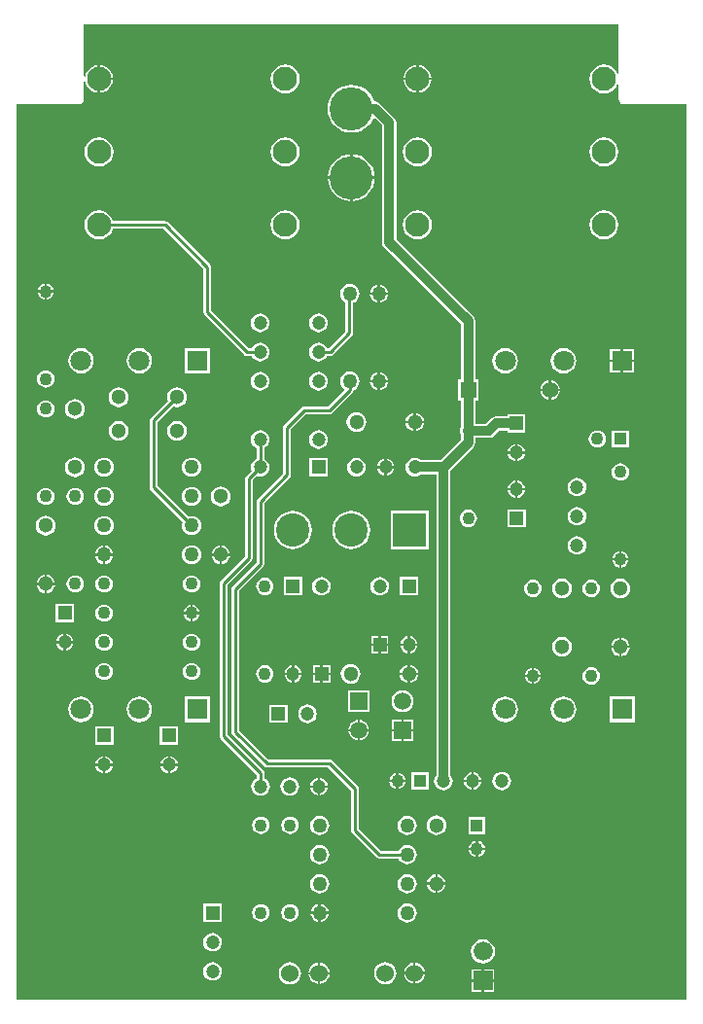
<source format=gtl>
G04*
G04 #@! TF.GenerationSoftware,Altium Limited,Altium Designer,19.0.9 (268)*
G04*
G04 Layer_Physical_Order=1*
G04 Layer_Color=255*
%FSLAX25Y25*%
%MOIN*%
G70*
G01*
G75*
%ADD12C,0.01000*%
%ADD41C,0.03200*%
%ADD42R,0.04724X0.04724*%
%ADD43C,0.04724*%
%ADD44C,0.04331*%
%ADD45R,0.04331X0.04331*%
%ADD46C,0.05118*%
%ADD47R,0.04724X0.04724*%
%ADD48C,0.11417*%
%ADD49R,0.11417X0.11417*%
%ADD50R,0.07087X0.07087*%
%ADD51C,0.07087*%
%ADD52C,0.14765*%
%ADD53C,0.08268*%
%ADD54C,0.05000*%
%ADD55R,0.05906X0.05906*%
%ADD56C,0.05906*%
%ADD57R,0.05512X0.05512*%
%ADD58C,0.05512*%
%ADD59C,0.06000*%
%ADD60C,0.06600*%
%ADD61R,0.06600X0.06600*%
%ADD62C,0.04725*%
%ADD63R,0.04331X0.04331*%
%ADD64C,0.03000*%
G36*
X207936Y318929D02*
X207436Y318829D01*
X207121Y319588D01*
X206330Y320619D01*
X205300Y321410D01*
X204099Y321907D01*
X202812Y322077D01*
X201523Y321907D01*
X200323Y321410D01*
X199293Y320619D01*
X198502Y319588D01*
X198004Y318388D01*
X197835Y317100D01*
X198004Y315812D01*
X198502Y314612D01*
X199293Y313581D01*
X200323Y312790D01*
X201523Y312293D01*
X202812Y312123D01*
X204099Y312293D01*
X205300Y312790D01*
X206330Y313581D01*
X207121Y314612D01*
X207436Y315370D01*
X207936Y315271D01*
Y310000D01*
X208052Y309415D01*
X208384Y308919D01*
X208880Y308587D01*
X209465Y308471D01*
X230971D01*
Y1529D01*
X1529D01*
Y308471D01*
X23000D01*
X23585Y308587D01*
X24081Y308919D01*
X24413Y309415D01*
X24529Y310000D01*
Y316177D01*
X25029Y316210D01*
X25075Y315864D01*
X25552Y314713D01*
X26311Y313724D01*
X27300Y312965D01*
X28451Y312488D01*
X29287Y312378D01*
Y317100D01*
Y321822D01*
X28451Y321712D01*
X27300Y321235D01*
X26311Y320476D01*
X25552Y319487D01*
X25075Y318336D01*
X25029Y317990D01*
X24529Y318023D01*
Y335971D01*
X207936D01*
Y318929D01*
D02*
G37*
%LPC*%
G36*
X139313Y321822D02*
Y317500D01*
X143636D01*
X143526Y318336D01*
X143049Y319487D01*
X142290Y320476D01*
X141301Y321235D01*
X140149Y321712D01*
X139313Y321822D01*
D02*
G37*
G36*
X30087D02*
Y317500D01*
X34409D01*
X34299Y318336D01*
X33822Y319487D01*
X33063Y320476D01*
X32074Y321235D01*
X30923Y321712D01*
X30087Y321822D01*
D02*
G37*
G36*
X138514D02*
X137678Y321712D01*
X136526Y321235D01*
X135537Y320476D01*
X134778Y319487D01*
X134301Y318336D01*
X134191Y317500D01*
X138514D01*
Y321822D01*
D02*
G37*
G36*
X34409Y316700D02*
X30087D01*
Y312378D01*
X30923Y312488D01*
X32074Y312965D01*
X33063Y313724D01*
X33822Y314713D01*
X34299Y315864D01*
X34409Y316700D01*
D02*
G37*
G36*
X143636D02*
X139313D01*
Y312378D01*
X140149Y312488D01*
X141301Y312965D01*
X142290Y313724D01*
X143049Y314713D01*
X143526Y315864D01*
X143636Y316700D01*
D02*
G37*
G36*
X138514D02*
X134191D01*
X134301Y315864D01*
X134778Y314713D01*
X135537Y313724D01*
X136526Y312965D01*
X137678Y312488D01*
X138514Y312378D01*
Y316700D01*
D02*
G37*
G36*
X93585Y322077D02*
X92297Y321907D01*
X91097Y321410D01*
X90066Y320619D01*
X89275Y319588D01*
X88778Y318388D01*
X88608Y317100D01*
X88778Y315812D01*
X89275Y314612D01*
X90066Y313581D01*
X91097Y312790D01*
X92297Y312293D01*
X93585Y312123D01*
X94873Y312293D01*
X96073Y312790D01*
X97104Y313581D01*
X97895Y314612D01*
X98392Y315812D01*
X98562Y317100D01*
X98392Y318388D01*
X97895Y319588D01*
X97104Y320619D01*
X96073Y321410D01*
X94873Y321907D01*
X93585Y322077D01*
D02*
G37*
G36*
X202812Y297077D02*
X201523Y296907D01*
X200323Y296410D01*
X199293Y295619D01*
X198502Y294588D01*
X198004Y293388D01*
X197835Y292100D01*
X198004Y290812D01*
X198502Y289612D01*
X199293Y288581D01*
X200323Y287790D01*
X201523Y287293D01*
X202812Y287123D01*
X204099Y287293D01*
X205300Y287790D01*
X206330Y288581D01*
X207121Y289612D01*
X207618Y290812D01*
X207788Y292100D01*
X207618Y293388D01*
X207121Y294588D01*
X206330Y295619D01*
X205300Y296410D01*
X204099Y296907D01*
X202812Y297077D01*
D02*
G37*
G36*
X138914D02*
X137626Y296907D01*
X136425Y296410D01*
X135395Y295619D01*
X134604Y294588D01*
X134107Y293388D01*
X133937Y292100D01*
X134107Y290812D01*
X134604Y289612D01*
X135395Y288581D01*
X136425Y287790D01*
X137626Y287293D01*
X138914Y287123D01*
X140201Y287293D01*
X141402Y287790D01*
X142432Y288581D01*
X143223Y289612D01*
X143720Y290812D01*
X143890Y292100D01*
X143720Y293388D01*
X143223Y294588D01*
X142432Y295619D01*
X141402Y296410D01*
X140201Y296907D01*
X138914Y297077D01*
D02*
G37*
G36*
X93585D02*
X92297Y296907D01*
X91097Y296410D01*
X90066Y295619D01*
X89275Y294588D01*
X88778Y293388D01*
X88608Y292100D01*
X88778Y290812D01*
X89275Y289612D01*
X90066Y288581D01*
X91097Y287790D01*
X92297Y287293D01*
X93585Y287123D01*
X94873Y287293D01*
X96073Y287790D01*
X97104Y288581D01*
X97895Y289612D01*
X98392Y290812D01*
X98562Y292100D01*
X98392Y293388D01*
X97895Y294588D01*
X97104Y295619D01*
X96073Y296410D01*
X94873Y296907D01*
X93585Y297077D01*
D02*
G37*
G36*
X29687D02*
X28399Y296907D01*
X27199Y296410D01*
X26168Y295619D01*
X25377Y294588D01*
X24880Y293388D01*
X24710Y292100D01*
X24880Y290812D01*
X25377Y289612D01*
X26168Y288581D01*
X27199Y287790D01*
X28399Y287293D01*
X29687Y287123D01*
X30975Y287293D01*
X32175Y287790D01*
X33206Y288581D01*
X33997Y289612D01*
X34494Y290812D01*
X34664Y292100D01*
X34494Y293388D01*
X33997Y294588D01*
X33206Y295619D01*
X32175Y296410D01*
X30975Y296907D01*
X29687Y297077D01*
D02*
G37*
G36*
X116650Y291260D02*
Y283678D01*
X124232D01*
X124117Y284843D01*
X123660Y286347D01*
X122919Y287734D01*
X121922Y288950D01*
X120706Y289947D01*
X119319Y290688D01*
X117815Y291145D01*
X116650Y291260D01*
D02*
G37*
G36*
X115850D02*
X114685Y291145D01*
X113180Y290688D01*
X111794Y289947D01*
X110578Y288950D01*
X109581Y287734D01*
X108840Y286347D01*
X108383Y284843D01*
X108268Y283678D01*
X115850D01*
Y291260D01*
D02*
G37*
G36*
X124232Y282878D02*
X116650D01*
Y275296D01*
X117815Y275411D01*
X119319Y275868D01*
X120706Y276609D01*
X121922Y277606D01*
X122919Y278822D01*
X123660Y280209D01*
X124117Y281713D01*
X124232Y282878D01*
D02*
G37*
G36*
X115850D02*
X108268D01*
X108383Y281713D01*
X108840Y280209D01*
X109581Y278822D01*
X110578Y277606D01*
X111794Y276609D01*
X113180Y275868D01*
X114685Y275411D01*
X115850Y275296D01*
Y282878D01*
D02*
G37*
G36*
X202812Y272077D02*
X201523Y271907D01*
X200323Y271410D01*
X199293Y270619D01*
X198502Y269588D01*
X198004Y268388D01*
X197835Y267100D01*
X198004Y265812D01*
X198502Y264612D01*
X199293Y263581D01*
X200323Y262790D01*
X201523Y262293D01*
X202812Y262123D01*
X204099Y262293D01*
X205300Y262790D01*
X206330Y263581D01*
X207121Y264612D01*
X207618Y265812D01*
X207788Y267100D01*
X207618Y268388D01*
X207121Y269588D01*
X206330Y270619D01*
X205300Y271410D01*
X204099Y271907D01*
X202812Y272077D01*
D02*
G37*
G36*
X138914D02*
X137626Y271907D01*
X136425Y271410D01*
X135395Y270619D01*
X134604Y269588D01*
X134107Y268388D01*
X133937Y267100D01*
X134107Y265812D01*
X134604Y264612D01*
X135395Y263581D01*
X136425Y262790D01*
X137626Y262293D01*
X138914Y262123D01*
X140201Y262293D01*
X141402Y262790D01*
X142432Y263581D01*
X143223Y264612D01*
X143720Y265812D01*
X143890Y267100D01*
X143720Y268388D01*
X143223Y269588D01*
X142432Y270619D01*
X141402Y271410D01*
X140201Y271907D01*
X138914Y272077D01*
D02*
G37*
G36*
X93585D02*
X92297Y271907D01*
X91097Y271410D01*
X90066Y270619D01*
X89275Y269588D01*
X88778Y268388D01*
X88608Y267100D01*
X88778Y265812D01*
X89275Y264612D01*
X90066Y263581D01*
X91097Y262790D01*
X92297Y262293D01*
X93585Y262123D01*
X94873Y262293D01*
X96073Y262790D01*
X97104Y263581D01*
X97895Y264612D01*
X98392Y265812D01*
X98562Y267100D01*
X98392Y268388D01*
X97895Y269588D01*
X97104Y270619D01*
X96073Y271410D01*
X94873Y271907D01*
X93585Y272077D01*
D02*
G37*
G36*
X11900Y247037D02*
Y244700D01*
X14237D01*
X14194Y245022D01*
X13916Y245695D01*
X13472Y246272D01*
X12895Y246716D01*
X12222Y246994D01*
X11900Y247037D01*
D02*
G37*
G36*
X11100D02*
X10778Y246994D01*
X10105Y246716D01*
X9528Y246272D01*
X9084Y245695D01*
X8806Y245022D01*
X8763Y244700D01*
X11100D01*
Y247037D01*
D02*
G37*
G36*
X126075Y246574D02*
Y243900D01*
X128749D01*
X128695Y244309D01*
X128382Y245063D01*
X127885Y245711D01*
X127238Y246208D01*
X126484Y246520D01*
X126075Y246574D01*
D02*
G37*
G36*
X125275D02*
X124865Y246520D01*
X124111Y246208D01*
X123464Y245711D01*
X122967Y245063D01*
X122654Y244309D01*
X122600Y243900D01*
X125275D01*
Y246574D01*
D02*
G37*
G36*
X14237Y243900D02*
X11900D01*
Y241563D01*
X12222Y241606D01*
X12895Y241884D01*
X13472Y242328D01*
X13916Y242905D01*
X14194Y243578D01*
X14237Y243900D01*
D02*
G37*
G36*
X11100D02*
X8763D01*
X8806Y243578D01*
X9084Y242905D01*
X9528Y242328D01*
X10105Y241884D01*
X10778Y241606D01*
X11100Y241563D01*
Y243900D01*
D02*
G37*
G36*
X128749Y243100D02*
X126075D01*
Y240426D01*
X126484Y240480D01*
X127238Y240792D01*
X127885Y241289D01*
X128382Y241937D01*
X128695Y242691D01*
X128749Y243100D01*
D02*
G37*
G36*
X125275D02*
X122600D01*
X122654Y242691D01*
X122967Y241937D01*
X123464Y241289D01*
X124111Y240792D01*
X124865Y240480D01*
X125275Y240426D01*
Y243100D01*
D02*
G37*
G36*
X105000Y236690D02*
X104174Y236581D01*
X103405Y236262D01*
X102744Y235755D01*
X102238Y235095D01*
X101919Y234326D01*
X101810Y233500D01*
X101919Y232674D01*
X102238Y231905D01*
X102744Y231244D01*
X103405Y230738D01*
X104174Y230419D01*
X105000Y230310D01*
X105826Y230419D01*
X106595Y230738D01*
X107255Y231244D01*
X107762Y231905D01*
X108081Y232674D01*
X108190Y233500D01*
X108081Y234326D01*
X107762Y235095D01*
X107255Y235755D01*
X106595Y236262D01*
X105826Y236581D01*
X105000Y236690D01*
D02*
G37*
G36*
X85000D02*
X84174Y236581D01*
X83405Y236262D01*
X82744Y235755D01*
X82238Y235095D01*
X81919Y234326D01*
X81810Y233500D01*
X81919Y232674D01*
X82238Y231905D01*
X82744Y231244D01*
X83405Y230738D01*
X84174Y230419D01*
X85000Y230310D01*
X85826Y230419D01*
X86595Y230738D01*
X87256Y231244D01*
X87762Y231905D01*
X88081Y232674D01*
X88190Y233500D01*
X88081Y234326D01*
X87762Y235095D01*
X87256Y235755D01*
X86595Y236262D01*
X85826Y236581D01*
X85000Y236690D01*
D02*
G37*
G36*
X115674Y246829D02*
X114813Y246715D01*
X114010Y246382D01*
X113321Y245854D01*
X112792Y245164D01*
X112460Y244361D01*
X112346Y243500D01*
X112460Y242638D01*
X112792Y241836D01*
X113321Y241146D01*
X114010Y240617D01*
X114174Y240549D01*
Y230549D01*
X108451Y224826D01*
X107874D01*
X107762Y225095D01*
X107255Y225756D01*
X106595Y226262D01*
X105826Y226581D01*
X105000Y226690D01*
X104174Y226581D01*
X103405Y226262D01*
X102744Y225756D01*
X102238Y225095D01*
X101919Y224326D01*
X101810Y223500D01*
X101919Y222674D01*
X102238Y221905D01*
X102744Y221245D01*
X103405Y220738D01*
X104174Y220419D01*
X105000Y220310D01*
X105826Y220419D01*
X106595Y220738D01*
X107255Y221245D01*
X107762Y221905D01*
X107874Y222175D01*
X109000D01*
X109507Y222275D01*
X109937Y222563D01*
X116437Y229063D01*
X116725Y229493D01*
X116825Y230000D01*
Y240405D01*
X117339Y240617D01*
X118028Y241146D01*
X118557Y241836D01*
X118890Y242638D01*
X119003Y243500D01*
X118890Y244361D01*
X118557Y245164D01*
X118028Y245854D01*
X117339Y246382D01*
X116536Y246715D01*
X115674Y246829D01*
D02*
G37*
G36*
X213143Y224643D02*
X209400D01*
Y220900D01*
X213143D01*
Y224643D01*
D02*
G37*
G36*
X208600D02*
X204856D01*
Y220900D01*
X208600D01*
Y224643D01*
D02*
G37*
G36*
X29687Y272077D02*
X28399Y271907D01*
X27199Y271410D01*
X26168Y270619D01*
X25377Y269588D01*
X24880Y268388D01*
X24710Y267100D01*
X24880Y265812D01*
X25377Y264612D01*
X26168Y263581D01*
X27199Y262790D01*
X28399Y262293D01*
X29687Y262123D01*
X30975Y262293D01*
X32175Y262790D01*
X33206Y263581D01*
X33997Y264612D01*
X34479Y265774D01*
X51851D01*
X65609Y252017D01*
Y237000D01*
X65710Y236493D01*
X65997Y236063D01*
X79497Y222563D01*
X79927Y222275D01*
X80434Y222175D01*
X82126D01*
X82238Y221905D01*
X82744Y221245D01*
X83405Y220738D01*
X84174Y220419D01*
X85000Y220310D01*
X85826Y220419D01*
X86595Y220738D01*
X87256Y221245D01*
X87762Y221905D01*
X88081Y222674D01*
X88190Y223500D01*
X88081Y224326D01*
X87762Y225095D01*
X87256Y225756D01*
X86595Y226262D01*
X85826Y226581D01*
X85000Y226690D01*
X84174Y226581D01*
X83405Y226262D01*
X82744Y225756D01*
X82238Y225095D01*
X82126Y224826D01*
X80983D01*
X68260Y237549D01*
Y252566D01*
X68159Y253073D01*
X67871Y253503D01*
X53337Y268037D01*
X52907Y268325D01*
X52400Y268425D01*
X34479D01*
X33997Y269588D01*
X33206Y270619D01*
X32175Y271410D01*
X30975Y271907D01*
X29687Y272077D01*
D02*
G37*
G36*
X213143Y220100D02*
X209400D01*
Y216356D01*
X213143D01*
Y220100D01*
D02*
G37*
G36*
X208600D02*
X204856D01*
Y216356D01*
X208600D01*
Y220100D01*
D02*
G37*
G36*
X67869Y224869D02*
X59182D01*
Y216182D01*
X67869D01*
Y224869D01*
D02*
G37*
G36*
X43525Y224906D02*
X42392Y224757D01*
X41335Y224320D01*
X40428Y223623D01*
X39731Y222716D01*
X39294Y221659D01*
X39145Y220526D01*
X39294Y219392D01*
X39731Y218335D01*
X40428Y217428D01*
X41335Y216732D01*
X42392Y216294D01*
X43525Y216144D01*
X44659Y216294D01*
X45716Y216732D01*
X46623Y217428D01*
X47319Y218335D01*
X47757Y219392D01*
X47907Y220526D01*
X47757Y221659D01*
X47319Y222716D01*
X46623Y223623D01*
X45716Y224320D01*
X44659Y224757D01*
X43525Y224906D01*
D02*
G37*
G36*
X23526D02*
X22392Y224757D01*
X21335Y224320D01*
X20428Y223623D01*
X19732Y222716D01*
X19294Y221659D01*
X19144Y220526D01*
X19294Y219392D01*
X19732Y218335D01*
X20428Y217428D01*
X21335Y216732D01*
X22392Y216294D01*
X23526Y216144D01*
X24659Y216294D01*
X25716Y216732D01*
X26623Y217428D01*
X27319Y218335D01*
X27757Y219392D01*
X27907Y220526D01*
X27757Y221659D01*
X27319Y222716D01*
X26623Y223623D01*
X25716Y224320D01*
X24659Y224757D01*
X23526Y224906D01*
D02*
G37*
G36*
X189000Y224881D02*
X187866Y224732D01*
X186810Y224294D01*
X185902Y223598D01*
X185206Y222691D01*
X184768Y221634D01*
X184619Y220500D01*
X184768Y219366D01*
X185206Y218309D01*
X185902Y217402D01*
X186810Y216706D01*
X187866Y216268D01*
X189000Y216119D01*
X190134Y216268D01*
X191191Y216706D01*
X192098Y217402D01*
X192794Y218309D01*
X193232Y219366D01*
X193381Y220500D01*
X193232Y221634D01*
X192794Y222691D01*
X192098Y223598D01*
X191191Y224294D01*
X190134Y224732D01*
X189000Y224881D01*
D02*
G37*
G36*
X169000D02*
X167866Y224732D01*
X166809Y224294D01*
X165902Y223598D01*
X165206Y222691D01*
X164768Y221634D01*
X164619Y220500D01*
X164768Y219366D01*
X165206Y218309D01*
X165902Y217402D01*
X166809Y216706D01*
X167866Y216268D01*
X169000Y216119D01*
X170134Y216268D01*
X171191Y216706D01*
X172098Y217402D01*
X172794Y218309D01*
X173232Y219366D01*
X173381Y220500D01*
X173232Y221634D01*
X172794Y222691D01*
X172098Y223598D01*
X171191Y224294D01*
X170134Y224732D01*
X169000Y224881D01*
D02*
G37*
G36*
X126075Y216574D02*
Y213900D01*
X128749D01*
X128695Y214309D01*
X128382Y215063D01*
X127885Y215711D01*
X127238Y216208D01*
X126484Y216520D01*
X126075Y216574D01*
D02*
G37*
G36*
X125275D02*
X124865Y216520D01*
X124111Y216208D01*
X123464Y215711D01*
X122967Y215063D01*
X122654Y214309D01*
X122600Y213900D01*
X125275D01*
Y216574D01*
D02*
G37*
G36*
X11500Y217291D02*
X10726Y217189D01*
X10005Y216890D01*
X9385Y216415D01*
X8910Y215795D01*
X8611Y215074D01*
X8509Y214300D01*
X8611Y213526D01*
X8910Y212805D01*
X9385Y212185D01*
X10005Y211710D01*
X10726Y211411D01*
X11500Y211309D01*
X12274Y211411D01*
X12995Y211710D01*
X13615Y212185D01*
X14090Y212805D01*
X14389Y213526D01*
X14491Y214300D01*
X14389Y215074D01*
X14090Y215795D01*
X13615Y216415D01*
X12995Y216890D01*
X12274Y217189D01*
X11500Y217291D01*
D02*
G37*
G36*
X184734Y213832D02*
Y210900D01*
X187666D01*
X187603Y211376D01*
X187265Y212193D01*
X186727Y212894D01*
X186026Y213432D01*
X185210Y213770D01*
X184734Y213832D01*
D02*
G37*
G36*
X183934D02*
X183458Y213770D01*
X182641Y213432D01*
X181940Y212894D01*
X181402Y212193D01*
X181064Y211376D01*
X181002Y210900D01*
X183934D01*
Y213832D01*
D02*
G37*
G36*
X128749Y213100D02*
X126075D01*
Y210426D01*
X126484Y210480D01*
X127238Y210792D01*
X127885Y211289D01*
X128382Y211937D01*
X128695Y212691D01*
X128749Y213100D01*
D02*
G37*
G36*
X125275D02*
X122600D01*
X122654Y212691D01*
X122967Y211937D01*
X123464Y211289D01*
X124111Y210792D01*
X124865Y210480D01*
X125275Y210426D01*
Y213100D01*
D02*
G37*
G36*
X105000Y216690D02*
X104174Y216581D01*
X103405Y216262D01*
X102744Y215756D01*
X102238Y215095D01*
X101919Y214326D01*
X101810Y213500D01*
X101919Y212674D01*
X102238Y211905D01*
X102744Y211245D01*
X103405Y210738D01*
X104174Y210419D01*
X105000Y210310D01*
X105826Y210419D01*
X106595Y210738D01*
X107255Y211245D01*
X107762Y211905D01*
X108081Y212674D01*
X108190Y213500D01*
X108081Y214326D01*
X107762Y215095D01*
X107255Y215756D01*
X106595Y216262D01*
X105826Y216581D01*
X105000Y216690D01*
D02*
G37*
G36*
X85000D02*
X84174Y216581D01*
X83405Y216262D01*
X82744Y215756D01*
X82238Y215095D01*
X81919Y214326D01*
X81810Y213500D01*
X81919Y212674D01*
X82238Y211905D01*
X82744Y211245D01*
X83405Y210738D01*
X84174Y210419D01*
X85000Y210310D01*
X85826Y210419D01*
X86595Y210738D01*
X87256Y211245D01*
X87762Y211905D01*
X88081Y212674D01*
X88190Y213500D01*
X88081Y214326D01*
X87762Y215095D01*
X87256Y215756D01*
X86595Y216262D01*
X85826Y216581D01*
X85000Y216690D01*
D02*
G37*
G36*
X187666Y210100D02*
X184734D01*
Y207168D01*
X185210Y207230D01*
X186026Y207569D01*
X186727Y208106D01*
X187265Y208807D01*
X187603Y209624D01*
X187666Y210100D01*
D02*
G37*
G36*
X183934D02*
X181002D01*
X181064Y209624D01*
X181402Y208807D01*
X181940Y208106D01*
X182641Y207569D01*
X183458Y207230D01*
X183934Y207168D01*
Y210100D01*
D02*
G37*
G36*
X56500Y211388D02*
X55623Y211273D01*
X54806Y210934D01*
X54104Y210396D01*
X53566Y209694D01*
X53228Y208877D01*
X53112Y208000D01*
X53228Y207123D01*
X53380Y206755D01*
X47563Y200937D01*
X47275Y200507D01*
X47175Y200000D01*
Y177000D01*
X47275Y176493D01*
X47563Y176063D01*
X58425Y165200D01*
X58285Y164862D01*
X58171Y164000D01*
X58285Y163138D01*
X58617Y162336D01*
X59146Y161646D01*
X59836Y161117D01*
X60638Y160785D01*
X61500Y160671D01*
X62362Y160785D01*
X63164Y161117D01*
X63854Y161646D01*
X64383Y162336D01*
X64715Y163138D01*
X64828Y164000D01*
X64715Y164862D01*
X64383Y165664D01*
X63854Y166354D01*
X63164Y166883D01*
X62362Y167215D01*
X61500Y167329D01*
X60638Y167215D01*
X60300Y167075D01*
X49826Y177549D01*
Y199451D01*
X55255Y204880D01*
X55623Y204728D01*
X56500Y204612D01*
X57377Y204728D01*
X58194Y205066D01*
X58896Y205604D01*
X59434Y206306D01*
X59772Y207123D01*
X59888Y208000D01*
X59772Y208877D01*
X59434Y209694D01*
X58896Y210396D01*
X58194Y210934D01*
X57377Y211273D01*
X56500Y211388D01*
D02*
G37*
G36*
X36500D02*
X35623Y211273D01*
X34806Y210934D01*
X34104Y210396D01*
X33566Y209694D01*
X33228Y208877D01*
X33112Y208000D01*
X33228Y207123D01*
X33566Y206306D01*
X34104Y205604D01*
X34806Y205066D01*
X35623Y204728D01*
X36500Y204612D01*
X37377Y204728D01*
X38194Y205066D01*
X38896Y205604D01*
X39434Y206306D01*
X39772Y207123D01*
X39888Y208000D01*
X39772Y208877D01*
X39434Y209694D01*
X38896Y210396D01*
X38194Y210934D01*
X37377Y211273D01*
X36500Y211388D01*
D02*
G37*
G36*
X11500Y206991D02*
X10726Y206889D01*
X10005Y206590D01*
X9385Y206115D01*
X8910Y205496D01*
X8611Y204774D01*
X8509Y204000D01*
X8611Y203226D01*
X8910Y202504D01*
X9385Y201885D01*
X10005Y201410D01*
X10726Y201111D01*
X11500Y201009D01*
X12274Y201111D01*
X12995Y201410D01*
X13615Y201885D01*
X14090Y202504D01*
X14389Y203226D01*
X14491Y204000D01*
X14389Y204774D01*
X14090Y205496D01*
X13615Y206115D01*
X12995Y206590D01*
X12274Y206889D01*
X11500Y206991D01*
D02*
G37*
G36*
X21551Y207388D02*
X20674Y207273D01*
X19857Y206934D01*
X19155Y206396D01*
X18617Y205694D01*
X18279Y204877D01*
X18163Y204000D01*
X18279Y203123D01*
X18617Y202306D01*
X19155Y201604D01*
X19857Y201066D01*
X20674Y200728D01*
X21551Y200612D01*
X22428Y200728D01*
X23245Y201066D01*
X23947Y201604D01*
X24485Y202306D01*
X24824Y203123D01*
X24939Y204000D01*
X24824Y204877D01*
X24485Y205694D01*
X23947Y206396D01*
X23245Y206934D01*
X22428Y207273D01*
X21551Y207388D01*
D02*
G37*
G36*
X138400Y202643D02*
Y199910D01*
X141134D01*
X141078Y200334D01*
X140759Y201103D01*
X140253Y201763D01*
X139593Y202269D01*
X138825Y202588D01*
X138400Y202643D01*
D02*
G37*
G36*
X137600D02*
X137175Y202588D01*
X136407Y202269D01*
X135747Y201763D01*
X135241Y201103D01*
X134922Y200334D01*
X134866Y199910D01*
X137600D01*
Y202643D01*
D02*
G37*
G36*
X141134Y199110D02*
X138400D01*
Y196376D01*
X138825Y196432D01*
X139593Y196750D01*
X140253Y197257D01*
X140759Y197917D01*
X141078Y198685D01*
X141134Y199110D01*
D02*
G37*
G36*
X137600D02*
X134866D01*
X134922Y198685D01*
X135241Y197917D01*
X135747Y197257D01*
X136407Y196750D01*
X137175Y196432D01*
X137600Y196376D01*
Y199110D01*
D02*
G37*
G36*
X118000Y202898D02*
X117123Y202782D01*
X116306Y202444D01*
X115604Y201905D01*
X115066Y201204D01*
X114727Y200387D01*
X114612Y199510D01*
X114727Y198633D01*
X115066Y197816D01*
X115604Y197114D01*
X116306Y196576D01*
X117123Y196237D01*
X118000Y196122D01*
X118877Y196237D01*
X119694Y196576D01*
X120396Y197114D01*
X120934Y197816D01*
X121273Y198633D01*
X121388Y199510D01*
X121273Y200387D01*
X120934Y201204D01*
X120396Y201905D01*
X119694Y202444D01*
X118877Y202782D01*
X118000Y202898D01*
D02*
G37*
G36*
X116250Y315122D02*
X114646Y314964D01*
X113104Y314496D01*
X111682Y313736D01*
X110436Y312714D01*
X109414Y311468D01*
X108654Y310046D01*
X108186Y308504D01*
X108028Y306900D01*
X108186Y305296D01*
X108654Y303754D01*
X109414Y302332D01*
X110436Y301086D01*
X111682Y300064D01*
X113104Y299304D01*
X114646Y298836D01*
X116250Y298678D01*
X117854Y298836D01*
X119396Y299304D01*
X120818Y300064D01*
X122064Y301086D01*
X123086Y302332D01*
X123737Y303549D01*
X124304Y303689D01*
X126753Y301239D01*
Y261198D01*
X126939Y260262D01*
X127470Y259468D01*
X153855Y233083D01*
Y214056D01*
X152778D01*
Y206944D01*
X153887D01*
Y198224D01*
X153712Y197996D01*
X153413Y197274D01*
X153311Y196500D01*
X153413Y195726D01*
X153712Y195004D01*
X153855Y194818D01*
Y193466D01*
X146836Y186447D01*
X140005D01*
X139595Y186762D01*
X138826Y187081D01*
X138000Y187189D01*
X137174Y187081D01*
X136405Y186762D01*
X135745Y186255D01*
X135238Y185595D01*
X134919Y184826D01*
X134811Y184000D01*
X134919Y183175D01*
X135238Y182405D01*
X135745Y181745D01*
X136405Y181238D01*
X137174Y180919D01*
X138000Y180811D01*
X138826Y180919D01*
X139595Y181238D01*
X140005Y181553D01*
X145298D01*
Y78391D01*
X145038Y78053D01*
X144719Y77284D01*
X144611Y76458D01*
X144719Y75633D01*
X145038Y74863D01*
X145545Y74203D01*
X146205Y73696D01*
X146975Y73378D01*
X147800Y73269D01*
X148626Y73378D01*
X149395Y73696D01*
X150055Y74203D01*
X150562Y74863D01*
X150881Y75633D01*
X150989Y76458D01*
X150881Y77284D01*
X150562Y78053D01*
X150192Y78535D01*
Y182882D01*
X158032Y190723D01*
X158563Y191516D01*
X158749Y192453D01*
Y194053D01*
X163402D01*
X164339Y194239D01*
X165132Y194770D01*
X166916Y196553D01*
X169632D01*
Y195838D01*
X175956D01*
Y202162D01*
X169632D01*
Y201447D01*
X165902D01*
X164966Y201261D01*
X164172Y200730D01*
X162389Y198947D01*
X158781D01*
Y206944D01*
X159890D01*
Y214056D01*
X158749D01*
Y234096D01*
X158563Y235033D01*
X158032Y235827D01*
X131647Y262212D01*
Y302253D01*
X131461Y303189D01*
X130930Y303983D01*
X126283Y308630D01*
X125489Y309161D01*
X124553Y309347D01*
X124058D01*
X123846Y310046D01*
X123086Y311468D01*
X122064Y312714D01*
X120818Y313736D01*
X119396Y314496D01*
X117854Y314964D01*
X116250Y315122D01*
D02*
G37*
G36*
X56500Y199888D02*
X55623Y199773D01*
X54806Y199434D01*
X54104Y198896D01*
X53566Y198194D01*
X53228Y197377D01*
X53112Y196500D01*
X53228Y195623D01*
X53566Y194806D01*
X54104Y194104D01*
X54806Y193566D01*
X55623Y193228D01*
X56500Y193112D01*
X57377Y193228D01*
X58194Y193566D01*
X58896Y194104D01*
X59434Y194806D01*
X59772Y195623D01*
X59888Y196500D01*
X59772Y197377D01*
X59434Y198194D01*
X58896Y198896D01*
X58194Y199434D01*
X57377Y199773D01*
X56500Y199888D01*
D02*
G37*
G36*
X36500D02*
X35623Y199773D01*
X34806Y199434D01*
X34104Y198896D01*
X33566Y198194D01*
X33228Y197377D01*
X33112Y196500D01*
X33228Y195623D01*
X33566Y194806D01*
X34104Y194104D01*
X34806Y193566D01*
X35623Y193228D01*
X36500Y193112D01*
X37377Y193228D01*
X38194Y193566D01*
X38896Y194104D01*
X39434Y194806D01*
X39772Y195623D01*
X39888Y196500D01*
X39772Y197377D01*
X39434Y198194D01*
X38896Y198896D01*
X38194Y199434D01*
X37377Y199773D01*
X36500Y199888D01*
D02*
G37*
G36*
X211445Y196635D02*
X205515D01*
Y190704D01*
X211445D01*
Y196635D01*
D02*
G37*
G36*
X200600Y196661D02*
X199826Y196559D01*
X199104Y196260D01*
X198485Y195785D01*
X198010Y195165D01*
X197711Y194444D01*
X197609Y193670D01*
X197711Y192896D01*
X198010Y192174D01*
X198485Y191555D01*
X199104Y191079D01*
X199826Y190780D01*
X200600Y190679D01*
X201374Y190780D01*
X202096Y191079D01*
X202715Y191555D01*
X203190Y192174D01*
X203489Y192896D01*
X203591Y193670D01*
X203489Y194444D01*
X203190Y195165D01*
X202715Y195785D01*
X202096Y196260D01*
X201374Y196559D01*
X200600Y196661D01*
D02*
G37*
G36*
X105000Y196690D02*
X104174Y196581D01*
X103405Y196262D01*
X102744Y195756D01*
X102238Y195095D01*
X101919Y194326D01*
X101810Y193500D01*
X101919Y192674D01*
X102238Y191905D01*
X102744Y191244D01*
X103405Y190738D01*
X104174Y190419D01*
X105000Y190310D01*
X105826Y190419D01*
X106595Y190738D01*
X107255Y191244D01*
X107762Y191905D01*
X108081Y192674D01*
X108190Y193500D01*
X108081Y194326D01*
X107762Y195095D01*
X107255Y195756D01*
X106595Y196262D01*
X105826Y196581D01*
X105000Y196690D01*
D02*
G37*
G36*
X173194Y191935D02*
Y189400D01*
X175729D01*
X175680Y189773D01*
X175381Y190494D01*
X174907Y191112D01*
X174288Y191587D01*
X173567Y191886D01*
X173194Y191935D01*
D02*
G37*
G36*
X172394D02*
X172021Y191886D01*
X171300Y191587D01*
X170682Y191112D01*
X170207Y190494D01*
X169908Y189773D01*
X169859Y189400D01*
X172394D01*
Y191935D01*
D02*
G37*
G36*
X175729Y188600D02*
X173194D01*
Y186065D01*
X173567Y186114D01*
X174288Y186413D01*
X174907Y186888D01*
X175381Y187506D01*
X175680Y188227D01*
X175729Y188600D01*
D02*
G37*
G36*
X172394D02*
X169859D01*
X169908Y188227D01*
X170207Y187506D01*
X170682Y186888D01*
X171300Y186413D01*
X172021Y186114D01*
X172394Y186065D01*
Y188600D01*
D02*
G37*
G36*
X128400Y186935D02*
Y184400D01*
X130935D01*
X130886Y184773D01*
X130587Y185494D01*
X130113Y186112D01*
X129494Y186587D01*
X128773Y186886D01*
X128400Y186935D01*
D02*
G37*
G36*
X127600D02*
X127227Y186886D01*
X126506Y186587D01*
X125888Y186112D01*
X125413Y185494D01*
X125114Y184773D01*
X125065Y184400D01*
X127600D01*
Y186935D01*
D02*
G37*
G36*
X130935Y183600D02*
X128400D01*
Y181065D01*
X128773Y181114D01*
X129494Y181413D01*
X130113Y181887D01*
X130587Y182506D01*
X130886Y183227D01*
X130935Y183600D01*
D02*
G37*
G36*
X127600D02*
X125065D01*
X125114Y183227D01*
X125413Y182506D01*
X125888Y181887D01*
X126506Y181413D01*
X127227Y181114D01*
X127600Y181065D01*
Y183600D01*
D02*
G37*
G36*
X108162Y187162D02*
X101838D01*
Y180838D01*
X108162D01*
Y187162D01*
D02*
G37*
G36*
X118000Y187189D02*
X117174Y187081D01*
X116405Y186762D01*
X115745Y186255D01*
X115238Y185595D01*
X114919Y184826D01*
X114811Y184000D01*
X114919Y183175D01*
X115238Y182405D01*
X115745Y181745D01*
X116405Y181238D01*
X117174Y180919D01*
X118000Y180811D01*
X118825Y180919D01*
X119595Y181238D01*
X120255Y181745D01*
X120762Y182405D01*
X121081Y183175D01*
X121189Y184000D01*
X121081Y184826D01*
X120762Y185595D01*
X120255Y186255D01*
X119595Y186762D01*
X118825Y187081D01*
X118000Y187189D01*
D02*
G37*
G36*
X85000Y196690D02*
X84174Y196581D01*
X83405Y196262D01*
X82744Y195756D01*
X82238Y195095D01*
X81919Y194326D01*
X81810Y193500D01*
X81919Y192674D01*
X82238Y191905D01*
X82744Y191244D01*
X83405Y190738D01*
X83675Y190626D01*
Y186873D01*
X83405Y186762D01*
X82745Y186255D01*
X82238Y185595D01*
X81919Y184826D01*
X81811Y184000D01*
X81919Y183175D01*
X82031Y182905D01*
X80063Y180937D01*
X79775Y180507D01*
X79675Y180000D01*
Y153271D01*
X71440Y145036D01*
X71152Y144606D01*
X71051Y144099D01*
Y91861D01*
X71152Y91354D01*
X71440Y90924D01*
X83819Y78544D01*
Y77437D01*
X83550Y77325D01*
X82889Y76819D01*
X82383Y76158D01*
X82064Y75389D01*
X81955Y74563D01*
X82064Y73738D01*
X82383Y72969D01*
X82889Y72308D01*
X83550Y71801D01*
X84319Y71483D01*
X85145Y71374D01*
X85970Y71483D01*
X86739Y71801D01*
X87400Y72308D01*
X87906Y72969D01*
X88225Y73738D01*
X88334Y74563D01*
X88225Y75389D01*
X87906Y76158D01*
X87400Y76819D01*
X86739Y77325D01*
X86470Y77437D01*
Y79093D01*
X86369Y79601D01*
X86082Y80031D01*
X73702Y92410D01*
Y143550D01*
X81937Y151785D01*
X82225Y152215D01*
X82326Y152722D01*
Y179451D01*
X83905Y181031D01*
X84175Y180919D01*
X85000Y180811D01*
X85826Y180919D01*
X86595Y181238D01*
X87255Y181745D01*
X87762Y182405D01*
X88081Y183175D01*
X88189Y184000D01*
X88081Y184826D01*
X87762Y185595D01*
X87255Y186255D01*
X86595Y186762D01*
X86326Y186873D01*
Y190626D01*
X86595Y190738D01*
X87256Y191244D01*
X87762Y191905D01*
X88081Y192674D01*
X88190Y193500D01*
X88081Y194326D01*
X87762Y195095D01*
X87256Y195756D01*
X86595Y196262D01*
X85826Y196581D01*
X85000Y196690D01*
D02*
G37*
G36*
X61500Y187329D02*
X60638Y187215D01*
X59836Y186882D01*
X59146Y186354D01*
X58617Y185664D01*
X58285Y184862D01*
X58171Y184000D01*
X58285Y183139D01*
X58617Y182336D01*
X59146Y181646D01*
X59836Y181117D01*
X60638Y180785D01*
X61500Y180672D01*
X62362Y180785D01*
X63164Y181117D01*
X63854Y181646D01*
X64383Y182336D01*
X64715Y183139D01*
X64828Y184000D01*
X64715Y184862D01*
X64383Y185664D01*
X63854Y186354D01*
X63164Y186882D01*
X62362Y187215D01*
X61500Y187329D01*
D02*
G37*
G36*
X31500D02*
X30639Y187215D01*
X29836Y186882D01*
X29146Y186354D01*
X28618Y185664D01*
X28285Y184862D01*
X28172Y184000D01*
X28285Y183139D01*
X28618Y182336D01*
X29146Y181646D01*
X29836Y181117D01*
X30639Y180785D01*
X31500Y180672D01*
X32362Y180785D01*
X33164Y181117D01*
X33854Y181646D01*
X34383Y182336D01*
X34715Y183139D01*
X34828Y184000D01*
X34715Y184862D01*
X34383Y185664D01*
X33854Y186354D01*
X33164Y186882D01*
X32362Y187215D01*
X31500Y187329D01*
D02*
G37*
G36*
X21551Y187388D02*
X20674Y187273D01*
X19857Y186934D01*
X19155Y186396D01*
X18617Y185694D01*
X18279Y184877D01*
X18163Y184000D01*
X18279Y183123D01*
X18617Y182306D01*
X19155Y181604D01*
X19857Y181066D01*
X20674Y180728D01*
X21551Y180612D01*
X22428Y180728D01*
X23245Y181066D01*
X23947Y181604D01*
X24485Y182306D01*
X24824Y183123D01*
X24939Y184000D01*
X24824Y184877D01*
X24485Y185694D01*
X23947Y186396D01*
X23245Y186934D01*
X22428Y187273D01*
X21551Y187388D01*
D02*
G37*
G36*
X208500Y185391D02*
X207726Y185289D01*
X207004Y184990D01*
X206385Y184515D01*
X205910Y183896D01*
X205611Y183174D01*
X205509Y182400D01*
X205611Y181626D01*
X205910Y180904D01*
X206385Y180285D01*
X207004Y179810D01*
X207726Y179511D01*
X208500Y179409D01*
X209274Y179511D01*
X209996Y179810D01*
X210615Y180285D01*
X211090Y180904D01*
X211389Y181626D01*
X211491Y182400D01*
X211389Y183174D01*
X211090Y183896D01*
X210615Y184515D01*
X209996Y184990D01*
X209274Y185289D01*
X208500Y185391D01*
D02*
G37*
G36*
X173202Y179435D02*
Y176900D01*
X175737D01*
X175688Y177273D01*
X175389Y177994D01*
X174915Y178612D01*
X174296Y179087D01*
X173575Y179386D01*
X173202Y179435D01*
D02*
G37*
G36*
X172402D02*
X172029Y179386D01*
X171308Y179087D01*
X170689Y178612D01*
X170215Y177994D01*
X169916Y177273D01*
X169867Y176900D01*
X172402D01*
Y179435D01*
D02*
G37*
G36*
X193600Y180400D02*
X192774Y180291D01*
X192005Y179973D01*
X191345Y179466D01*
X190838Y178805D01*
X190519Y178036D01*
X190411Y177211D01*
X190519Y176385D01*
X190838Y175616D01*
X191345Y174956D01*
X192005Y174449D01*
X192774Y174130D01*
X193600Y174021D01*
X194425Y174130D01*
X195195Y174449D01*
X195855Y174956D01*
X196362Y175616D01*
X196681Y176385D01*
X196789Y177211D01*
X196681Y178036D01*
X196362Y178805D01*
X195855Y179466D01*
X195195Y179973D01*
X194425Y180291D01*
X193600Y180400D01*
D02*
G37*
G36*
X175737Y176100D02*
X173202D01*
Y173565D01*
X173575Y173614D01*
X174296Y173913D01*
X174915Y174388D01*
X175389Y175006D01*
X175688Y175727D01*
X175737Y176100D01*
D02*
G37*
G36*
X172402D02*
X169867D01*
X169916Y175727D01*
X170215Y175006D01*
X170689Y174388D01*
X171308Y173913D01*
X172029Y173614D01*
X172402Y173565D01*
Y176100D01*
D02*
G37*
G36*
X21551Y176991D02*
X20777Y176889D01*
X20055Y176590D01*
X19436Y176115D01*
X18961Y175496D01*
X18662Y174774D01*
X18560Y174000D01*
X18662Y173226D01*
X18961Y172504D01*
X19436Y171885D01*
X20055Y171410D01*
X20777Y171111D01*
X21551Y171009D01*
X22325Y171111D01*
X23046Y171410D01*
X23666Y171885D01*
X24141Y172504D01*
X24440Y173226D01*
X24542Y174000D01*
X24440Y174774D01*
X24141Y175496D01*
X23666Y176115D01*
X23046Y176590D01*
X22325Y176889D01*
X21551Y176991D01*
D02*
G37*
G36*
X11500D02*
X10726Y176889D01*
X10005Y176590D01*
X9385Y176115D01*
X8910Y175496D01*
X8611Y174774D01*
X8509Y174000D01*
X8611Y173226D01*
X8910Y172504D01*
X9385Y171885D01*
X10005Y171410D01*
X10726Y171111D01*
X11500Y171009D01*
X12274Y171111D01*
X12995Y171410D01*
X13615Y171885D01*
X14090Y172504D01*
X14389Y173226D01*
X14491Y174000D01*
X14389Y174774D01*
X14090Y175496D01*
X13615Y176115D01*
X12995Y176590D01*
X12274Y176889D01*
X11500Y176991D01*
D02*
G37*
G36*
X61500Y177329D02*
X60638Y177215D01*
X59836Y176883D01*
X59146Y176354D01*
X58617Y175664D01*
X58285Y174862D01*
X58171Y174000D01*
X58285Y173138D01*
X58617Y172336D01*
X59146Y171646D01*
X59836Y171117D01*
X60638Y170785D01*
X61500Y170671D01*
X62362Y170785D01*
X63164Y171117D01*
X63854Y171646D01*
X64383Y172336D01*
X64715Y173138D01*
X64828Y174000D01*
X64715Y174862D01*
X64383Y175664D01*
X63854Y176354D01*
X63164Y176883D01*
X62362Y177215D01*
X61500Y177329D01*
D02*
G37*
G36*
X31500D02*
X30639Y177215D01*
X29836Y176883D01*
X29146Y176354D01*
X28618Y175664D01*
X28285Y174862D01*
X28172Y174000D01*
X28285Y173138D01*
X28618Y172336D01*
X29146Y171646D01*
X29836Y171117D01*
X30639Y170785D01*
X31500Y170671D01*
X32362Y170785D01*
X33164Y171117D01*
X33854Y171646D01*
X34383Y172336D01*
X34715Y173138D01*
X34828Y174000D01*
X34715Y174862D01*
X34383Y175664D01*
X33854Y176354D01*
X33164Y176883D01*
X32362Y177215D01*
X31500Y177329D01*
D02*
G37*
G36*
X71500Y177388D02*
X70623Y177272D01*
X69806Y176934D01*
X69104Y176396D01*
X68566Y175694D01*
X68227Y174877D01*
X68112Y174000D01*
X68227Y173123D01*
X68566Y172306D01*
X69104Y171604D01*
X69806Y171066D01*
X70623Y170728D01*
X71500Y170612D01*
X72377Y170728D01*
X73194Y171066D01*
X73896Y171604D01*
X74434Y172306D01*
X74773Y173123D01*
X74888Y174000D01*
X74773Y174877D01*
X74434Y175694D01*
X73896Y176396D01*
X73194Y176934D01*
X72377Y177272D01*
X71500Y177388D01*
D02*
G37*
G36*
X193600Y170400D02*
X192774Y170291D01*
X192005Y169973D01*
X191345Y169466D01*
X190838Y168805D01*
X190519Y168036D01*
X190411Y167211D01*
X190519Y166385D01*
X190838Y165616D01*
X191345Y164956D01*
X192005Y164449D01*
X192774Y164130D01*
X193600Y164021D01*
X194425Y164130D01*
X195195Y164449D01*
X195855Y164956D01*
X196362Y165616D01*
X196681Y166385D01*
X196789Y167211D01*
X196681Y168036D01*
X196362Y168805D01*
X195855Y169466D01*
X195195Y169973D01*
X194425Y170291D01*
X193600Y170400D01*
D02*
G37*
G36*
X156302Y169491D02*
X155528Y169389D01*
X154806Y169090D01*
X154187Y168615D01*
X153712Y167996D01*
X153413Y167274D01*
X153311Y166500D01*
X153413Y165726D01*
X153712Y165004D01*
X154187Y164385D01*
X154806Y163910D01*
X155528Y163611D01*
X156302Y163509D01*
X157076Y163611D01*
X157798Y163910D01*
X158417Y164385D01*
X158892Y165004D01*
X159191Y165726D01*
X159293Y166500D01*
X159191Y167274D01*
X158892Y167996D01*
X158417Y168615D01*
X157798Y169090D01*
X157076Y169389D01*
X156302Y169491D01*
D02*
G37*
G36*
X175964Y169662D02*
X169640D01*
Y163338D01*
X175964D01*
Y169662D01*
D02*
G37*
G36*
X31500Y167329D02*
X30639Y167215D01*
X29836Y166883D01*
X29146Y166354D01*
X28618Y165664D01*
X28285Y164862D01*
X28172Y164000D01*
X28285Y163138D01*
X28618Y162336D01*
X29146Y161646D01*
X29836Y161117D01*
X30639Y160785D01*
X31500Y160671D01*
X32362Y160785D01*
X33164Y161117D01*
X33854Y161646D01*
X34383Y162336D01*
X34715Y163138D01*
X34828Y164000D01*
X34715Y164862D01*
X34383Y165664D01*
X33854Y166354D01*
X33164Y166883D01*
X32362Y167215D01*
X31500Y167329D01*
D02*
G37*
G36*
X11500Y167388D02*
X10623Y167272D01*
X9806Y166934D01*
X9104Y166396D01*
X8566Y165694D01*
X8228Y164877D01*
X8112Y164000D01*
X8228Y163123D01*
X8566Y162306D01*
X9104Y161604D01*
X9806Y161066D01*
X10623Y160728D01*
X11500Y160612D01*
X12377Y160728D01*
X13194Y161066D01*
X13896Y161604D01*
X14434Y162306D01*
X14773Y163123D01*
X14888Y164000D01*
X14773Y164877D01*
X14434Y165694D01*
X13896Y166396D01*
X13194Y166934D01*
X12377Y167272D01*
X11500Y167388D01*
D02*
G37*
G36*
X142709Y169009D02*
X129692D01*
Y155991D01*
X142709D01*
Y169009D01*
D02*
G37*
G36*
X116200Y169040D02*
X114924Y168914D01*
X113697Y168542D01*
X112567Y167938D01*
X111575Y167124D01*
X110762Y166133D01*
X110158Y165003D01*
X109786Y163776D01*
X109660Y162500D01*
X109786Y161224D01*
X110158Y159997D01*
X110762Y158867D01*
X111575Y157876D01*
X112567Y157062D01*
X113697Y156458D01*
X114924Y156086D01*
X116200Y155960D01*
X117476Y156086D01*
X118703Y156458D01*
X119833Y157062D01*
X120825Y157876D01*
X121638Y158867D01*
X122242Y159997D01*
X122614Y161224D01*
X122740Y162500D01*
X122614Y163776D01*
X122242Y165003D01*
X121638Y166133D01*
X120825Y167124D01*
X119833Y167938D01*
X118703Y168542D01*
X117476Y168914D01*
X116200Y169040D01*
D02*
G37*
G36*
X96200D02*
X94924Y168914D01*
X93697Y168542D01*
X92567Y167938D01*
X91575Y167124D01*
X90762Y166133D01*
X90158Y165003D01*
X89786Y163776D01*
X89660Y162500D01*
X89786Y161224D01*
X90158Y159997D01*
X90762Y158867D01*
X91575Y157876D01*
X92567Y157062D01*
X93697Y156458D01*
X94924Y156086D01*
X96200Y155960D01*
X97476Y156086D01*
X98703Y156458D01*
X99833Y157062D01*
X100824Y157876D01*
X101638Y158867D01*
X102242Y159997D01*
X102614Y161224D01*
X102740Y162500D01*
X102614Y163776D01*
X102242Y165003D01*
X101638Y166133D01*
X100824Y167124D01*
X99833Y167938D01*
X98703Y168542D01*
X97476Y168914D01*
X96200Y169040D01*
D02*
G37*
G36*
X71900Y157134D02*
Y154400D01*
X74634D01*
X74578Y154825D01*
X74259Y155593D01*
X73753Y156253D01*
X73093Y156759D01*
X72325Y157078D01*
X71900Y157134D01*
D02*
G37*
G36*
X31900Y157074D02*
Y154400D01*
X34574D01*
X34520Y154809D01*
X34208Y155563D01*
X33711Y156211D01*
X33063Y156708D01*
X32309Y157020D01*
X31900Y157074D01*
D02*
G37*
G36*
X31100D02*
X30691Y157020D01*
X29937Y156708D01*
X29289Y156211D01*
X28792Y155563D01*
X28480Y154809D01*
X28426Y154400D01*
X31100D01*
Y157074D01*
D02*
G37*
G36*
X71100Y157134D02*
X70675Y157078D01*
X69907Y156759D01*
X69247Y156253D01*
X68741Y155593D01*
X68422Y154825D01*
X68366Y154400D01*
X71100D01*
Y157134D01*
D02*
G37*
G36*
X193600Y160400D02*
X192774Y160291D01*
X192005Y159973D01*
X191345Y159466D01*
X190838Y158805D01*
X190519Y158036D01*
X190411Y157211D01*
X190519Y156385D01*
X190838Y155616D01*
X191345Y154956D01*
X192005Y154449D01*
X192774Y154130D01*
X193600Y154021D01*
X194425Y154130D01*
X195195Y154449D01*
X195855Y154956D01*
X196362Y155616D01*
X196681Y156385D01*
X196789Y157211D01*
X196681Y158036D01*
X196362Y158805D01*
X195855Y159466D01*
X195195Y159973D01*
X194425Y160291D01*
X193600Y160400D01*
D02*
G37*
G36*
X208900Y155137D02*
Y152800D01*
X211237D01*
X211194Y153122D01*
X210916Y153795D01*
X210472Y154372D01*
X209895Y154816D01*
X209222Y155094D01*
X208900Y155137D01*
D02*
G37*
G36*
X208100D02*
X207778Y155094D01*
X207105Y154816D01*
X206528Y154372D01*
X206084Y153795D01*
X205806Y153122D01*
X205763Y152800D01*
X208100D01*
Y155137D01*
D02*
G37*
G36*
X34574Y153600D02*
X31900D01*
Y150926D01*
X32309Y150980D01*
X33063Y151292D01*
X33711Y151789D01*
X34208Y152437D01*
X34520Y153191D01*
X34574Y153600D01*
D02*
G37*
G36*
X31100D02*
X28426D01*
X28480Y153191D01*
X28792Y152437D01*
X29289Y151789D01*
X29937Y151292D01*
X30691Y150980D01*
X31100Y150926D01*
Y153600D01*
D02*
G37*
G36*
X74634D02*
X71900D01*
Y150866D01*
X72325Y150922D01*
X73093Y151241D01*
X73753Y151747D01*
X74259Y152407D01*
X74578Y153175D01*
X74634Y153600D01*
D02*
G37*
G36*
X71100D02*
X68366D01*
X68422Y153175D01*
X68741Y152407D01*
X69247Y151747D01*
X69907Y151241D01*
X70675Y150922D01*
X71100Y150866D01*
Y153600D01*
D02*
G37*
G36*
X61500Y157328D02*
X60638Y157215D01*
X59836Y156883D01*
X59146Y156354D01*
X58617Y155664D01*
X58285Y154861D01*
X58171Y154000D01*
X58285Y153138D01*
X58617Y152336D01*
X59146Y151646D01*
X59836Y151118D01*
X60638Y150785D01*
X61500Y150672D01*
X62362Y150785D01*
X63164Y151118D01*
X63854Y151646D01*
X64383Y152336D01*
X64715Y153138D01*
X64828Y154000D01*
X64715Y154861D01*
X64383Y155664D01*
X63854Y156354D01*
X63164Y156883D01*
X62362Y157215D01*
X61500Y157328D01*
D02*
G37*
G36*
X211237Y152000D02*
X208900D01*
Y149663D01*
X209222Y149706D01*
X209895Y149984D01*
X210472Y150428D01*
X210916Y151005D01*
X211194Y151678D01*
X211237Y152000D01*
D02*
G37*
G36*
X208100D02*
X205763D01*
X205806Y151678D01*
X206084Y151005D01*
X206528Y150428D01*
X207105Y149984D01*
X207778Y149706D01*
X208100Y149663D01*
Y152000D01*
D02*
G37*
G36*
X11900Y147134D02*
Y144400D01*
X14634D01*
X14578Y144825D01*
X14259Y145593D01*
X13753Y146253D01*
X13093Y146759D01*
X12325Y147078D01*
X11900Y147134D01*
D02*
G37*
G36*
X11100D02*
X10675Y147078D01*
X9907Y146759D01*
X9247Y146253D01*
X8741Y145593D01*
X8422Y144825D01*
X8366Y144400D01*
X11100D01*
Y147134D01*
D02*
G37*
G36*
X61500Y146991D02*
X60726Y146889D01*
X60005Y146590D01*
X59385Y146115D01*
X58910Y145495D01*
X58611Y144774D01*
X58509Y144000D01*
X58611Y143226D01*
X58910Y142505D01*
X59385Y141885D01*
X60005Y141410D01*
X60726Y141111D01*
X61500Y141009D01*
X62274Y141111D01*
X62995Y141410D01*
X63615Y141885D01*
X64090Y142505D01*
X64389Y143226D01*
X64491Y144000D01*
X64389Y144774D01*
X64090Y145495D01*
X63615Y146115D01*
X62995Y146590D01*
X62274Y146889D01*
X61500Y146991D01*
D02*
G37*
G36*
X31500D02*
X30726Y146889D01*
X30005Y146590D01*
X29385Y146115D01*
X28910Y145495D01*
X28611Y144774D01*
X28509Y144000D01*
X28611Y143226D01*
X28910Y142505D01*
X29385Y141885D01*
X30005Y141410D01*
X30726Y141111D01*
X31500Y141009D01*
X32274Y141111D01*
X32996Y141410D01*
X33615Y141885D01*
X34090Y142505D01*
X34389Y143226D01*
X34491Y144000D01*
X34389Y144774D01*
X34090Y145495D01*
X33615Y146115D01*
X32996Y146590D01*
X32274Y146889D01*
X31500Y146991D01*
D02*
G37*
G36*
X21551D02*
X20777Y146889D01*
X20055Y146590D01*
X19436Y146115D01*
X18961Y145495D01*
X18662Y144774D01*
X18560Y144000D01*
X18662Y143226D01*
X18961Y142505D01*
X19436Y141885D01*
X20055Y141410D01*
X20777Y141111D01*
X21551Y141009D01*
X22325Y141111D01*
X23046Y141410D01*
X23666Y141885D01*
X24141Y142505D01*
X24440Y143226D01*
X24542Y144000D01*
X24440Y144774D01*
X24141Y145495D01*
X23666Y146115D01*
X23046Y146590D01*
X22325Y146889D01*
X21551Y146991D01*
D02*
G37*
G36*
X14634Y143600D02*
X11900D01*
Y140866D01*
X12325Y140922D01*
X13093Y141241D01*
X13753Y141747D01*
X14259Y142407D01*
X14578Y143175D01*
X14634Y143600D01*
D02*
G37*
G36*
X11100D02*
X8366D01*
X8422Y143175D01*
X8741Y142407D01*
X9247Y141747D01*
X9907Y141241D01*
X10675Y140922D01*
X11100Y140866D01*
Y143600D01*
D02*
G37*
G36*
X86562Y146191D02*
X85788Y146089D01*
X85067Y145790D01*
X84447Y145315D01*
X83972Y144695D01*
X83673Y143974D01*
X83571Y143200D01*
X83673Y142426D01*
X83972Y141704D01*
X84447Y141085D01*
X85067Y140610D01*
X85788Y140311D01*
X86562Y140209D01*
X87337Y140311D01*
X88058Y140610D01*
X88678Y141085D01*
X89153Y141704D01*
X89452Y142426D01*
X89553Y143200D01*
X89452Y143974D01*
X89153Y144695D01*
X88678Y145315D01*
X88058Y145790D01*
X87337Y146089D01*
X86562Y146191D01*
D02*
G37*
G36*
X139162Y146362D02*
X132838D01*
Y140038D01*
X139162D01*
Y146362D01*
D02*
G37*
G36*
X99435Y146351D02*
X93111D01*
Y140027D01*
X99435D01*
Y146351D01*
D02*
G37*
G36*
X125975Y146389D02*
X125149Y146281D01*
X124380Y145962D01*
X123719Y145455D01*
X123213Y144795D01*
X122894Y144026D01*
X122785Y143200D01*
X122894Y142375D01*
X123213Y141605D01*
X123719Y140945D01*
X124380Y140438D01*
X125149Y140119D01*
X125975Y140011D01*
X126800Y140119D01*
X127569Y140438D01*
X128230Y140945D01*
X128737Y141605D01*
X129055Y142375D01*
X129164Y143200D01*
X129055Y144026D01*
X128737Y144795D01*
X128230Y145455D01*
X127569Y145962D01*
X126800Y146281D01*
X125975Y146389D01*
D02*
G37*
G36*
X106000D02*
X105175Y146281D01*
X104405Y145962D01*
X103745Y145455D01*
X103238Y144795D01*
X102919Y144026D01*
X102811Y143200D01*
X102919Y142375D01*
X103238Y141605D01*
X103745Y140945D01*
X104405Y140438D01*
X105175Y140119D01*
X106000Y140011D01*
X106825Y140119D01*
X107595Y140438D01*
X108255Y140945D01*
X108762Y141605D01*
X109081Y142375D01*
X109189Y143200D01*
X109081Y144026D01*
X108762Y144795D01*
X108255Y145455D01*
X107595Y145962D01*
X106825Y146281D01*
X106000Y146389D01*
D02*
G37*
G36*
X178500Y145491D02*
X177726Y145389D01*
X177005Y145090D01*
X176385Y144615D01*
X175910Y143995D01*
X175611Y143274D01*
X175509Y142500D01*
X175611Y141726D01*
X175910Y141005D01*
X176385Y140385D01*
X177005Y139910D01*
X177726Y139611D01*
X178500Y139509D01*
X179274Y139611D01*
X179996Y139910D01*
X180615Y140385D01*
X181090Y141005D01*
X181389Y141726D01*
X181491Y142500D01*
X181389Y143274D01*
X181090Y143995D01*
X180615Y144615D01*
X179996Y145090D01*
X179274Y145389D01*
X178500Y145491D01*
D02*
G37*
G36*
X198500Y145453D02*
X197726Y145351D01*
X197004Y145053D01*
X196385Y144577D01*
X195910Y143958D01*
X195611Y143236D01*
X195509Y142462D01*
X195611Y141688D01*
X195910Y140967D01*
X196385Y140347D01*
X197004Y139872D01*
X197726Y139573D01*
X198500Y139471D01*
X199274Y139573D01*
X199996Y139872D01*
X200615Y140347D01*
X201090Y140967D01*
X201389Y141688D01*
X201491Y142462D01*
X201389Y143236D01*
X201090Y143958D01*
X200615Y144577D01*
X199996Y145053D01*
X199274Y145351D01*
X198500Y145453D01*
D02*
G37*
G36*
X188500Y145888D02*
X187623Y145773D01*
X186806Y145434D01*
X186104Y144896D01*
X185566Y144194D01*
X185228Y143377D01*
X185112Y142500D01*
X185228Y141623D01*
X185566Y140806D01*
X186104Y140104D01*
X186806Y139566D01*
X187623Y139227D01*
X188500Y139112D01*
X189377Y139227D01*
X190194Y139566D01*
X190896Y140104D01*
X191434Y140806D01*
X191772Y141623D01*
X191888Y142500D01*
X191772Y143377D01*
X191434Y144194D01*
X190896Y144896D01*
X190194Y145434D01*
X189377Y145773D01*
X188500Y145888D01*
D02*
G37*
G36*
X208500Y145803D02*
X207623Y145688D01*
X206806Y145349D01*
X206104Y144811D01*
X205566Y144109D01*
X205227Y143292D01*
X205112Y142415D01*
X205227Y141538D01*
X205566Y140721D01*
X206104Y140020D01*
X206806Y139481D01*
X207623Y139143D01*
X208500Y139027D01*
X209377Y139143D01*
X210194Y139481D01*
X210896Y140020D01*
X211434Y140721D01*
X211772Y141538D01*
X211888Y142415D01*
X211772Y143292D01*
X211434Y144109D01*
X210896Y144811D01*
X210194Y145349D01*
X209377Y145688D01*
X208500Y145803D01*
D02*
G37*
G36*
X61900Y136737D02*
Y134400D01*
X64237D01*
X64194Y134722D01*
X63916Y135395D01*
X63472Y135972D01*
X62895Y136416D01*
X62222Y136694D01*
X61900Y136737D01*
D02*
G37*
G36*
X61100D02*
X60778Y136694D01*
X60105Y136416D01*
X59528Y135972D01*
X59084Y135395D01*
X58806Y134722D01*
X58763Y134400D01*
X61100D01*
Y136737D01*
D02*
G37*
G36*
X64237Y133600D02*
X61900D01*
Y131263D01*
X62222Y131306D01*
X62895Y131584D01*
X63472Y132028D01*
X63916Y132605D01*
X64194Y133278D01*
X64237Y133600D01*
D02*
G37*
G36*
X61100D02*
X58763D01*
X58806Y133278D01*
X59084Y132605D01*
X59528Y132028D01*
X60105Y131584D01*
X60778Y131306D01*
X61100Y131263D01*
Y133600D01*
D02*
G37*
G36*
X31500Y136991D02*
X30726Y136889D01*
X30005Y136590D01*
X29385Y136115D01*
X28910Y135495D01*
X28611Y134774D01*
X28509Y134000D01*
X28611Y133226D01*
X28910Y132504D01*
X29385Y131885D01*
X30005Y131410D01*
X30726Y131111D01*
X31500Y131009D01*
X32274Y131111D01*
X32996Y131410D01*
X33615Y131885D01*
X34090Y132504D01*
X34389Y133226D01*
X34491Y134000D01*
X34389Y134774D01*
X34090Y135495D01*
X33615Y136115D01*
X32996Y136590D01*
X32274Y136889D01*
X31500Y136991D01*
D02*
G37*
G36*
X21162Y137162D02*
X14838D01*
Y130838D01*
X21162D01*
Y137162D01*
D02*
G37*
G36*
X18400Y126935D02*
Y124400D01*
X20935D01*
X20886Y124773D01*
X20587Y125494D01*
X20112Y126112D01*
X19494Y126587D01*
X18773Y126886D01*
X18400Y126935D01*
D02*
G37*
G36*
X17600D02*
X17227Y126886D01*
X16506Y126587D01*
X15888Y126112D01*
X15413Y125494D01*
X15114Y124773D01*
X15065Y124400D01*
X17600D01*
Y126935D01*
D02*
G37*
G36*
X136400Y126135D02*
Y123600D01*
X138935D01*
X138886Y123973D01*
X138587Y124694D01*
X138112Y125312D01*
X137494Y125787D01*
X136773Y126086D01*
X136400Y126135D01*
D02*
G37*
G36*
X135600D02*
X135227Y126086D01*
X134506Y125787D01*
X133888Y125312D01*
X133413Y124694D01*
X133114Y123973D01*
X133065Y123600D01*
X135600D01*
Y126135D01*
D02*
G37*
G36*
X128937Y126162D02*
X126375D01*
Y123600D01*
X128937D01*
Y126162D01*
D02*
G37*
G36*
X125575D02*
X123013D01*
Y123600D01*
X125575D01*
Y126162D01*
D02*
G37*
G36*
X208900Y125549D02*
Y122815D01*
X211634D01*
X211578Y123240D01*
X211259Y124008D01*
X210753Y124668D01*
X210093Y125175D01*
X209325Y125493D01*
X208900Y125549D01*
D02*
G37*
G36*
X208100D02*
X207675Y125493D01*
X206907Y125175D01*
X206247Y124668D01*
X205741Y124008D01*
X205422Y123240D01*
X205366Y122815D01*
X208100D01*
Y125549D01*
D02*
G37*
G36*
X20935Y123600D02*
X18400D01*
Y121065D01*
X18773Y121114D01*
X19494Y121413D01*
X20112Y121888D01*
X20587Y122506D01*
X20886Y123227D01*
X20935Y123600D01*
D02*
G37*
G36*
X17600D02*
X15065D01*
X15114Y123227D01*
X15413Y122506D01*
X15888Y121888D01*
X16506Y121413D01*
X17227Y121114D01*
X17600Y121065D01*
Y123600D01*
D02*
G37*
G36*
X61500Y126991D02*
X60726Y126889D01*
X60005Y126590D01*
X59385Y126115D01*
X58910Y125496D01*
X58611Y124774D01*
X58509Y124000D01*
X58611Y123226D01*
X58910Y122504D01*
X59385Y121885D01*
X60005Y121410D01*
X60726Y121111D01*
X61500Y121009D01*
X62274Y121111D01*
X62995Y121410D01*
X63615Y121885D01*
X64090Y122504D01*
X64389Y123226D01*
X64491Y124000D01*
X64389Y124774D01*
X64090Y125496D01*
X63615Y126115D01*
X62995Y126590D01*
X62274Y126889D01*
X61500Y126991D01*
D02*
G37*
G36*
X31500D02*
X30726Y126889D01*
X30005Y126590D01*
X29385Y126115D01*
X28910Y125496D01*
X28611Y124774D01*
X28509Y124000D01*
X28611Y123226D01*
X28910Y122504D01*
X29385Y121885D01*
X30005Y121410D01*
X30726Y121111D01*
X31500Y121009D01*
X32274Y121111D01*
X32996Y121410D01*
X33615Y121885D01*
X34090Y122504D01*
X34389Y123226D01*
X34491Y124000D01*
X34389Y124774D01*
X34090Y125496D01*
X33615Y126115D01*
X32996Y126590D01*
X32274Y126889D01*
X31500Y126991D01*
D02*
G37*
G36*
X138935Y122800D02*
X136400D01*
Y120265D01*
X136773Y120314D01*
X137494Y120613D01*
X138112Y121088D01*
X138587Y121706D01*
X138886Y122427D01*
X138935Y122800D01*
D02*
G37*
G36*
X135600D02*
X133065D01*
X133114Y122427D01*
X133413Y121706D01*
X133888Y121088D01*
X134506Y120613D01*
X135227Y120314D01*
X135600Y120265D01*
Y122800D01*
D02*
G37*
G36*
X128937Y122800D02*
X126375D01*
Y120238D01*
X128937D01*
Y122800D01*
D02*
G37*
G36*
X125575D02*
X123013D01*
Y120238D01*
X125575D01*
Y122800D01*
D02*
G37*
G36*
X211634Y122015D02*
X208900D01*
Y119282D01*
X209325Y119338D01*
X210093Y119656D01*
X210753Y120162D01*
X211259Y120822D01*
X211578Y121591D01*
X211634Y122015D01*
D02*
G37*
G36*
X208100D02*
X205366D01*
X205422Y121591D01*
X205741Y120822D01*
X206247Y120162D01*
X206907Y119656D01*
X207675Y119338D01*
X208100Y119282D01*
Y122015D01*
D02*
G37*
G36*
X188500Y125888D02*
X187623Y125773D01*
X186806Y125434D01*
X186104Y124896D01*
X185566Y124194D01*
X185228Y123377D01*
X185112Y122500D01*
X185228Y121623D01*
X185566Y120806D01*
X186104Y120104D01*
X186806Y119566D01*
X187623Y119228D01*
X188500Y119112D01*
X189377Y119228D01*
X190194Y119566D01*
X190896Y120104D01*
X191434Y120806D01*
X191772Y121623D01*
X191888Y122500D01*
X191772Y123377D01*
X191434Y124194D01*
X190896Y124896D01*
X190194Y125434D01*
X189377Y125773D01*
X188500Y125888D01*
D02*
G37*
G36*
X136400Y116359D02*
Y113626D01*
X139134D01*
X139078Y114050D01*
X138759Y114819D01*
X138253Y115479D01*
X137593Y115985D01*
X136825Y116304D01*
X136400Y116359D01*
D02*
G37*
G36*
X135600D02*
X135175Y116304D01*
X134407Y115985D01*
X133747Y115479D01*
X133241Y114819D01*
X132922Y114050D01*
X132866Y113626D01*
X135600D01*
Y116359D01*
D02*
G37*
G36*
X108962Y116162D02*
X106400D01*
Y113600D01*
X108962D01*
Y116162D01*
D02*
G37*
G36*
X105600D02*
X103038D01*
Y113600D01*
X105600D01*
Y116162D01*
D02*
G37*
G36*
X96673Y116124D02*
Y113589D01*
X99208D01*
X99159Y113962D01*
X98860Y114683D01*
X98385Y115302D01*
X97767Y115777D01*
X97046Y116075D01*
X96673Y116124D01*
D02*
G37*
G36*
X95873D02*
X95499Y116075D01*
X94779Y115777D01*
X94160Y115302D01*
X93685Y114683D01*
X93387Y113962D01*
X93338Y113589D01*
X95873D01*
Y116124D01*
D02*
G37*
G36*
X178900Y115237D02*
Y112900D01*
X181237D01*
X181194Y113222D01*
X180916Y113895D01*
X180472Y114472D01*
X179895Y114916D01*
X179222Y115194D01*
X178900Y115237D01*
D02*
G37*
G36*
X178100D02*
X177778Y115194D01*
X177105Y114916D01*
X176528Y114472D01*
X176084Y113895D01*
X175806Y113222D01*
X175763Y112900D01*
X178100D01*
Y115237D01*
D02*
G37*
G36*
X61500Y116991D02*
X60726Y116889D01*
X60005Y116590D01*
X59385Y116115D01*
X58910Y115496D01*
X58611Y114774D01*
X58509Y114000D01*
X58611Y113226D01*
X58910Y112504D01*
X59385Y111885D01*
X60005Y111410D01*
X60726Y111111D01*
X61500Y111009D01*
X62274Y111111D01*
X62995Y111410D01*
X63615Y111885D01*
X64090Y112504D01*
X64389Y113226D01*
X64491Y114000D01*
X64389Y114774D01*
X64090Y115496D01*
X63615Y116115D01*
X62995Y116590D01*
X62274Y116889D01*
X61500Y116991D01*
D02*
G37*
G36*
X31500D02*
X30726Y116889D01*
X30005Y116590D01*
X29385Y116115D01*
X28910Y115496D01*
X28611Y114774D01*
X28509Y114000D01*
X28611Y113226D01*
X28910Y112504D01*
X29385Y111885D01*
X30005Y111410D01*
X30726Y111111D01*
X31500Y111009D01*
X32274Y111111D01*
X32996Y111410D01*
X33615Y111885D01*
X34090Y112504D01*
X34389Y113226D01*
X34491Y114000D01*
X34389Y114774D01*
X34090Y115496D01*
X33615Y116115D01*
X32996Y116590D01*
X32274Y116889D01*
X31500Y116991D01*
D02*
G37*
G36*
X99208Y112789D02*
X96673D01*
Y110254D01*
X97046Y110303D01*
X97767Y110602D01*
X98385Y111077D01*
X98860Y111695D01*
X99159Y112416D01*
X99208Y112789D01*
D02*
G37*
G36*
X95873D02*
X93338D01*
X93387Y112416D01*
X93685Y111695D01*
X94160Y111077D01*
X94779Y110602D01*
X95499Y110303D01*
X95873Y110254D01*
Y112789D01*
D02*
G37*
G36*
X108962Y112800D02*
X106400D01*
Y110238D01*
X108962D01*
Y112800D01*
D02*
G37*
G36*
X105600D02*
X103038D01*
Y110238D01*
X105600D01*
Y112800D01*
D02*
G37*
G36*
X86562Y116191D02*
X85788Y116089D01*
X85067Y115790D01*
X84447Y115315D01*
X83972Y114696D01*
X83673Y113974D01*
X83571Y113200D01*
X83673Y112426D01*
X83972Y111705D01*
X84447Y111085D01*
X85067Y110610D01*
X85788Y110311D01*
X86562Y110209D01*
X87337Y110311D01*
X88058Y110610D01*
X88678Y111085D01*
X89153Y111705D01*
X89452Y112426D01*
X89553Y113200D01*
X89452Y113974D01*
X89153Y114696D01*
X88678Y115315D01*
X88058Y115790D01*
X87337Y116089D01*
X86562Y116191D01*
D02*
G37*
G36*
X139134Y112826D02*
X136400D01*
Y110092D01*
X136825Y110148D01*
X137593Y110467D01*
X138253Y110973D01*
X138759Y111633D01*
X139078Y112401D01*
X139134Y112826D01*
D02*
G37*
G36*
X135600D02*
X132866D01*
X132922Y112401D01*
X133241Y111633D01*
X133747Y110973D01*
X134407Y110467D01*
X135175Y110148D01*
X135600Y110092D01*
Y112826D01*
D02*
G37*
G36*
X116000Y116614D02*
X115123Y116498D01*
X114306Y116160D01*
X113604Y115621D01*
X113066Y114920D01*
X112727Y114103D01*
X112612Y113226D01*
X112727Y112349D01*
X113066Y111532D01*
X113604Y110830D01*
X114306Y110292D01*
X115123Y109953D01*
X116000Y109838D01*
X116877Y109953D01*
X117694Y110292D01*
X118396Y110830D01*
X118934Y111532D01*
X119272Y112349D01*
X119388Y113226D01*
X119272Y114103D01*
X118934Y114920D01*
X118396Y115621D01*
X117694Y116160D01*
X116877Y116498D01*
X116000Y116614D01*
D02*
G37*
G36*
X181237Y112100D02*
X178900D01*
Y109763D01*
X179222Y109806D01*
X179895Y110084D01*
X180472Y110528D01*
X180916Y111105D01*
X181194Y111778D01*
X181237Y112100D01*
D02*
G37*
G36*
X178100D02*
X175763D01*
X175806Y111778D01*
X176084Y111105D01*
X176528Y110528D01*
X177105Y110084D01*
X177778Y109806D01*
X178100Y109763D01*
Y112100D01*
D02*
G37*
G36*
X198500Y115453D02*
X197726Y115351D01*
X197004Y115052D01*
X196385Y114577D01*
X195910Y113958D01*
X195611Y113236D01*
X195509Y112462D01*
X195611Y111688D01*
X195910Y110967D01*
X196385Y110347D01*
X197004Y109872D01*
X197726Y109573D01*
X198500Y109471D01*
X199274Y109573D01*
X199996Y109872D01*
X200615Y110347D01*
X201090Y110967D01*
X201389Y111688D01*
X201491Y112462D01*
X201389Y113236D01*
X201090Y113958D01*
X200615Y114577D01*
X199996Y115052D01*
X199274Y115351D01*
X198500Y115453D01*
D02*
G37*
G36*
X122511Y107624D02*
X115005D01*
Y100118D01*
X122511D01*
Y107624D01*
D02*
G37*
G36*
X133808Y107656D02*
X132828Y107527D01*
X131915Y107149D01*
X131131Y106548D01*
X130529Y105764D01*
X130151Y104851D01*
X130022Y103871D01*
X130151Y102891D01*
X130529Y101978D01*
X131131Y101194D01*
X131915Y100593D01*
X132828Y100215D01*
X133808Y100086D01*
X134787Y100215D01*
X135700Y100593D01*
X136484Y101194D01*
X137086Y101978D01*
X137464Y102891D01*
X137593Y103871D01*
X137464Y104851D01*
X137086Y105764D01*
X136484Y106548D01*
X135700Y107149D01*
X134787Y107527D01*
X133808Y107656D01*
D02*
G37*
G36*
X213344Y105343D02*
X204657D01*
Y96657D01*
X213344D01*
Y105343D01*
D02*
G37*
G36*
X67869D02*
X59182D01*
Y96657D01*
X67869D01*
Y105343D01*
D02*
G37*
G36*
X189000Y105381D02*
X187866Y105232D01*
X186810Y104794D01*
X185902Y104098D01*
X185206Y103191D01*
X184768Y102134D01*
X184619Y101000D01*
X184768Y99866D01*
X185206Y98809D01*
X185902Y97902D01*
X186810Y97206D01*
X187866Y96768D01*
X189000Y96619D01*
X190134Y96768D01*
X191191Y97206D01*
X192098Y97902D01*
X192794Y98809D01*
X193232Y99866D01*
X193381Y101000D01*
X193232Y102134D01*
X192794Y103191D01*
X192098Y104098D01*
X191191Y104794D01*
X190134Y105232D01*
X189000Y105381D01*
D02*
G37*
G36*
X169000D02*
X167866Y105232D01*
X166809Y104794D01*
X165902Y104098D01*
X165206Y103191D01*
X164768Y102134D01*
X164619Y101000D01*
X164768Y99866D01*
X165206Y98809D01*
X165902Y97902D01*
X166809Y97206D01*
X167866Y96768D01*
X169000Y96619D01*
X170134Y96768D01*
X171191Y97206D01*
X172098Y97902D01*
X172794Y98809D01*
X173232Y99866D01*
X173381Y101000D01*
X173232Y102134D01*
X172794Y103191D01*
X172098Y104098D01*
X171191Y104794D01*
X170134Y105232D01*
X169000Y105381D01*
D02*
G37*
G36*
X43525D02*
X42392Y105232D01*
X41335Y104794D01*
X40428Y104098D01*
X39731Y103191D01*
X39294Y102134D01*
X39145Y101000D01*
X39294Y99866D01*
X39731Y98809D01*
X40428Y97902D01*
X41335Y97206D01*
X42392Y96768D01*
X43525Y96619D01*
X44659Y96768D01*
X45716Y97206D01*
X46623Y97902D01*
X47319Y98809D01*
X47757Y99866D01*
X47907Y101000D01*
X47757Y102134D01*
X47319Y103191D01*
X46623Y104098D01*
X45716Y104794D01*
X44659Y105232D01*
X43525Y105381D01*
D02*
G37*
G36*
X23526D02*
X22392Y105232D01*
X21335Y104794D01*
X20428Y104098D01*
X19732Y103191D01*
X19294Y102134D01*
X19144Y101000D01*
X19294Y99866D01*
X19732Y98809D01*
X20428Y97902D01*
X21335Y97206D01*
X22392Y96768D01*
X23526Y96619D01*
X24659Y96768D01*
X25716Y97206D01*
X26623Y97902D01*
X27319Y98809D01*
X27757Y99866D01*
X27907Y101000D01*
X27757Y102134D01*
X27319Y103191D01*
X26623Y104098D01*
X25716Y104794D01*
X24659Y105232D01*
X23526Y105381D01*
D02*
G37*
G36*
X94362Y102662D02*
X88038D01*
Y96338D01*
X94362D01*
Y102662D01*
D02*
G37*
G36*
X101200Y102689D02*
X100374Y102581D01*
X99605Y102262D01*
X98945Y101755D01*
X98438Y101095D01*
X98119Y100326D01*
X98011Y99500D01*
X98119Y98674D01*
X98438Y97905D01*
X98945Y97245D01*
X99605Y96738D01*
X100374Y96419D01*
X101200Y96311D01*
X102025Y96419D01*
X102795Y96738D01*
X103455Y97245D01*
X103962Y97905D01*
X104281Y98674D01*
X104389Y99500D01*
X104281Y100326D01*
X103962Y101095D01*
X103455Y101755D01*
X102795Y102262D01*
X102025Y102581D01*
X101200Y102689D01*
D02*
G37*
G36*
X137361Y97424D02*
X134208D01*
Y94271D01*
X137361D01*
Y97424D01*
D02*
G37*
G36*
X133408D02*
X130255D01*
Y94271D01*
X133408D01*
Y97424D01*
D02*
G37*
G36*
X119158Y97402D02*
Y94271D01*
X122289D01*
X122220Y94798D01*
X121862Y95663D01*
X121292Y96405D01*
X120550Y96975D01*
X119685Y97333D01*
X119158Y97402D01*
D02*
G37*
G36*
X118358D02*
X117830Y97333D01*
X116966Y96975D01*
X116224Y96405D01*
X115654Y95663D01*
X115296Y94798D01*
X115227Y94271D01*
X118358D01*
Y97402D01*
D02*
G37*
G36*
Y93471D02*
X115227D01*
X115296Y92944D01*
X115654Y92079D01*
X116224Y91337D01*
X116966Y90768D01*
X117830Y90409D01*
X118358Y90340D01*
Y93471D01*
D02*
G37*
G36*
X122289D02*
X119158D01*
Y90340D01*
X119685Y90409D01*
X120550Y90768D01*
X121292Y91337D01*
X121862Y92079D01*
X122220Y92944D01*
X122289Y93471D01*
D02*
G37*
G36*
X137361Y93471D02*
X134208D01*
Y90318D01*
X137361D01*
Y93471D01*
D02*
G37*
G36*
X133408D02*
X130255D01*
Y90318D01*
X133408D01*
Y93471D01*
D02*
G37*
G36*
X56912Y95162D02*
X50588D01*
Y88838D01*
X56912D01*
Y95162D01*
D02*
G37*
G36*
X34662D02*
X28338D01*
Y88838D01*
X34662D01*
Y95162D01*
D02*
G37*
G36*
X54150Y84935D02*
Y82400D01*
X56685D01*
X56636Y82773D01*
X56337Y83494D01*
X55862Y84113D01*
X55244Y84587D01*
X54523Y84886D01*
X54150Y84935D01*
D02*
G37*
G36*
X31900D02*
Y82400D01*
X34435D01*
X34386Y82773D01*
X34087Y83494D01*
X33612Y84113D01*
X32994Y84587D01*
X32273Y84886D01*
X31900Y84935D01*
D02*
G37*
G36*
X53350D02*
X52977Y84886D01*
X52256Y84587D01*
X51638Y84113D01*
X51163Y83494D01*
X50864Y82773D01*
X50815Y82400D01*
X53350D01*
Y84935D01*
D02*
G37*
G36*
X31100D02*
X30727Y84886D01*
X30006Y84587D01*
X29388Y84113D01*
X28913Y83494D01*
X28614Y82773D01*
X28565Y82400D01*
X31100D01*
Y84935D01*
D02*
G37*
G36*
X56685Y81600D02*
X54150D01*
Y79065D01*
X54523Y79114D01*
X55244Y79413D01*
X55862Y79887D01*
X56337Y80506D01*
X56636Y81227D01*
X56685Y81600D01*
D02*
G37*
G36*
X34435D02*
X31900D01*
Y79065D01*
X32273Y79114D01*
X32994Y79413D01*
X33612Y79887D01*
X34087Y80506D01*
X34386Y81227D01*
X34435Y81600D01*
D02*
G37*
G36*
X53350D02*
X50815D01*
X50864Y81227D01*
X51163Y80506D01*
X51638Y79887D01*
X52256Y79413D01*
X52977Y79114D01*
X53350Y79065D01*
Y81600D01*
D02*
G37*
G36*
X31100D02*
X28565D01*
X28614Y81227D01*
X28913Y80506D01*
X29388Y79887D01*
X30006Y79413D01*
X30727Y79114D01*
X31100Y79065D01*
Y81600D01*
D02*
G37*
G36*
X132400Y79255D02*
Y76919D01*
X134737D01*
X134694Y77241D01*
X134416Y77913D01*
X133972Y78491D01*
X133395Y78934D01*
X132722Y79213D01*
X132400Y79255D01*
D02*
G37*
G36*
X131600D02*
X131278Y79213D01*
X130605Y78934D01*
X130028Y78491D01*
X129584Y77913D01*
X129306Y77241D01*
X129263Y76919D01*
X131600D01*
Y79255D01*
D02*
G37*
G36*
X158200Y79393D02*
Y76858D01*
X160735D01*
X160686Y77231D01*
X160387Y77952D01*
X159913Y78571D01*
X159294Y79045D01*
X158573Y79344D01*
X158200Y79393D01*
D02*
G37*
G36*
X157400D02*
X157027Y79344D01*
X156306Y79045D01*
X155687Y78571D01*
X155213Y77952D01*
X154914Y77231D01*
X154865Y76858D01*
X157400D01*
Y79393D01*
D02*
G37*
G36*
X105544Y77498D02*
Y74963D01*
X108079D01*
X108030Y75337D01*
X107732Y76057D01*
X107257Y76676D01*
X106638Y77151D01*
X105918Y77449D01*
X105544Y77498D01*
D02*
G37*
G36*
X104745D02*
X104371Y77449D01*
X103651Y77151D01*
X103032Y76676D01*
X102557Y76057D01*
X102259Y75337D01*
X102210Y74963D01*
X104745D01*
Y77498D01*
D02*
G37*
G36*
X134737Y76119D02*
X132400D01*
Y73782D01*
X132722Y73824D01*
X133395Y74103D01*
X133972Y74546D01*
X134416Y75124D01*
X134694Y75797D01*
X134737Y76119D01*
D02*
G37*
G36*
X131600D02*
X129263D01*
X129306Y75797D01*
X129584Y75124D01*
X130028Y74546D01*
X130605Y74103D01*
X131278Y73824D01*
X131600Y73782D01*
Y76119D01*
D02*
G37*
G36*
X142845Y79484D02*
X136915D01*
Y73553D01*
X142845D01*
Y79484D01*
D02*
G37*
G36*
X160735Y76058D02*
X158200D01*
Y73523D01*
X158573Y73572D01*
X159294Y73871D01*
X159913Y74346D01*
X160387Y74964D01*
X160686Y75685D01*
X160735Y76058D01*
D02*
G37*
G36*
X157400D02*
X154865D01*
X154914Y75685D01*
X155213Y74964D01*
X155687Y74346D01*
X156306Y73871D01*
X157027Y73572D01*
X157400Y73523D01*
Y76058D01*
D02*
G37*
G36*
X167800Y79647D02*
X166974Y79539D01*
X166205Y79220D01*
X165545Y78713D01*
X165038Y78053D01*
X164719Y77284D01*
X164611Y76458D01*
X164719Y75633D01*
X165038Y74863D01*
X165545Y74203D01*
X166205Y73696D01*
X166974Y73378D01*
X167800Y73269D01*
X168625Y73378D01*
X169395Y73696D01*
X170055Y74203D01*
X170562Y74863D01*
X170881Y75633D01*
X170989Y76458D01*
X170881Y77284D01*
X170562Y78053D01*
X170055Y78713D01*
X169395Y79220D01*
X168625Y79539D01*
X167800Y79647D01*
D02*
G37*
G36*
X108079Y74163D02*
X105544D01*
Y71628D01*
X105918Y71678D01*
X106638Y71976D01*
X107257Y72451D01*
X107732Y73070D01*
X108030Y73790D01*
X108079Y74163D01*
D02*
G37*
G36*
X104745D02*
X102210D01*
X102259Y73790D01*
X102557Y73070D01*
X103032Y72451D01*
X103651Y71976D01*
X104371Y71678D01*
X104745Y71628D01*
Y74163D01*
D02*
G37*
G36*
X95144Y77753D02*
X94319Y77644D01*
X93550Y77325D01*
X92889Y76819D01*
X92383Y76158D01*
X92064Y75389D01*
X91955Y74563D01*
X92064Y73738D01*
X92383Y72969D01*
X92889Y72308D01*
X93550Y71801D01*
X94319Y71483D01*
X95144Y71374D01*
X95970Y71483D01*
X96739Y71801D01*
X97400Y72308D01*
X97907Y72969D01*
X98225Y73738D01*
X98334Y74563D01*
X98225Y75389D01*
X97907Y76158D01*
X97400Y76819D01*
X96739Y77325D01*
X95970Y77644D01*
X95144Y77753D01*
D02*
G37*
G36*
X95200Y64291D02*
X94426Y64189D01*
X93704Y63890D01*
X93085Y63415D01*
X92610Y62796D01*
X92311Y62074D01*
X92209Y61300D01*
X92311Y60526D01*
X92610Y59804D01*
X93085Y59185D01*
X93704Y58710D01*
X94426Y58411D01*
X95200Y58309D01*
X95974Y58411D01*
X96696Y58710D01*
X97315Y59185D01*
X97790Y59804D01*
X98089Y60526D01*
X98191Y61300D01*
X98089Y62074D01*
X97790Y62796D01*
X97315Y63415D01*
X96696Y63890D01*
X95974Y64189D01*
X95200Y64291D01*
D02*
G37*
G36*
X85200Y64282D02*
X84426Y64180D01*
X83705Y63881D01*
X83085Y63406D01*
X82610Y62787D01*
X82311Y62065D01*
X82209Y61291D01*
X82311Y60517D01*
X82610Y59796D01*
X83085Y59176D01*
X83705Y58701D01*
X84426Y58402D01*
X85200Y58300D01*
X85974Y58402D01*
X86695Y58701D01*
X87315Y59176D01*
X87790Y59796D01*
X88089Y60517D01*
X88191Y61291D01*
X88089Y62065D01*
X87790Y62787D01*
X87315Y63406D01*
X86695Y63881D01*
X85974Y64180D01*
X85200Y64282D01*
D02*
G37*
G36*
X162231Y64098D02*
X156300D01*
Y58167D01*
X162231D01*
Y64098D01*
D02*
G37*
G36*
X135339Y64620D02*
X134478Y64506D01*
X133675Y64174D01*
X132986Y63645D01*
X132457Y62955D01*
X132124Y62153D01*
X132011Y61291D01*
X132124Y60430D01*
X132457Y59627D01*
X132986Y58938D01*
X133675Y58409D01*
X134478Y58076D01*
X135339Y57963D01*
X136201Y58076D01*
X137003Y58409D01*
X137693Y58938D01*
X138222Y59627D01*
X138554Y60430D01*
X138668Y61291D01*
X138554Y62153D01*
X138222Y62955D01*
X137693Y63645D01*
X137003Y64174D01*
X136201Y64506D01*
X135339Y64620D01*
D02*
G37*
G36*
X105339D02*
X104478Y64506D01*
X103675Y64174D01*
X102986Y63645D01*
X102457Y62955D01*
X102124Y62153D01*
X102011Y61291D01*
X102124Y60430D01*
X102457Y59627D01*
X102986Y58938D01*
X103675Y58409D01*
X104478Y58076D01*
X105339Y57963D01*
X106201Y58076D01*
X107003Y58409D01*
X107693Y58938D01*
X108222Y59627D01*
X108554Y60430D01*
X108668Y61291D01*
X108554Y62153D01*
X108222Y62955D01*
X107693Y63645D01*
X107003Y64174D01*
X106201Y64506D01*
X105339Y64620D01*
D02*
G37*
G36*
X145359Y64683D02*
X144482Y64567D01*
X143665Y64229D01*
X142963Y63690D01*
X142425Y62989D01*
X142086Y62172D01*
X141971Y61295D01*
X142086Y60418D01*
X142425Y59601D01*
X142963Y58899D01*
X143665Y58361D01*
X144482Y58022D01*
X145359Y57907D01*
X146236Y58022D01*
X147053Y58361D01*
X147754Y58899D01*
X148293Y59601D01*
X148631Y60418D01*
X148747Y61295D01*
X148631Y62172D01*
X148293Y62989D01*
X147754Y63690D01*
X147053Y64229D01*
X146236Y64567D01*
X145359Y64683D01*
D02*
G37*
G36*
X159666Y55989D02*
Y53653D01*
X162003D01*
X161960Y53974D01*
X161681Y54647D01*
X161238Y55225D01*
X160661Y55668D01*
X159988Y55947D01*
X159666Y55989D01*
D02*
G37*
G36*
X158866D02*
X158544Y55947D01*
X157871Y55668D01*
X157293Y55225D01*
X156850Y54647D01*
X156571Y53974D01*
X156529Y53653D01*
X158866D01*
Y55989D01*
D02*
G37*
G36*
X162003Y52853D02*
X159666D01*
Y50516D01*
X159988Y50558D01*
X160661Y50837D01*
X161238Y51280D01*
X161681Y51858D01*
X161960Y52531D01*
X162003Y52853D01*
D02*
G37*
G36*
X158866D02*
X156529D01*
X156571Y52531D01*
X156850Y51858D01*
X157293Y51280D01*
X157871Y50837D01*
X158544Y50558D01*
X158866Y50516D01*
Y52853D01*
D02*
G37*
G36*
X115674Y216828D02*
X114813Y216715D01*
X114010Y216383D01*
X113321Y215854D01*
X112792Y215164D01*
X112460Y214362D01*
X112346Y213500D01*
X112460Y212638D01*
X112792Y211836D01*
X113321Y211146D01*
X113697Y210858D01*
X113730Y210359D01*
X108196Y204825D01*
X100000D01*
X99493Y204725D01*
X99063Y204437D01*
X93183Y198558D01*
X92896Y198128D01*
X92795Y197620D01*
Y181945D01*
X84063Y173213D01*
X83775Y172783D01*
X83675Y172276D01*
Y151217D01*
X75563Y143105D01*
X75275Y142675D01*
X75174Y142168D01*
Y93306D01*
X75275Y92799D01*
X75563Y92369D01*
X86369Y81563D01*
X86799Y81275D01*
X87306Y81174D01*
X108284D01*
X116174Y73284D01*
Y59526D01*
X116275Y59018D01*
X116563Y58588D01*
X124797Y50354D01*
X125227Y50067D01*
X125735Y49966D01*
X132316D01*
X132457Y49627D01*
X132986Y48937D01*
X133675Y48409D01*
X134478Y48076D01*
X135339Y47963D01*
X136201Y48076D01*
X137003Y48409D01*
X137693Y48937D01*
X138222Y49627D01*
X138554Y50430D01*
X138668Y51291D01*
X138554Y52153D01*
X138222Y52955D01*
X137693Y53645D01*
X137003Y54174D01*
X136201Y54506D01*
X135339Y54620D01*
X134478Y54506D01*
X133675Y54174D01*
X132986Y53645D01*
X132457Y52955D01*
X132316Y52617D01*
X126284D01*
X118825Y60075D01*
Y73833D01*
X118725Y74341D01*
X118437Y74771D01*
X109771Y83437D01*
X109341Y83725D01*
X108833Y83825D01*
X87855D01*
X77825Y93855D01*
Y141619D01*
X85937Y149730D01*
X86225Y150160D01*
X86326Y150668D01*
Y171727D01*
X95058Y180459D01*
X95345Y180889D01*
X95446Y181396D01*
Y197071D01*
X100549Y202174D01*
X108745D01*
X109253Y202275D01*
X109683Y202563D01*
X116612Y209492D01*
X116899Y209922D01*
X117000Y210429D01*
Y210477D01*
X117339Y210617D01*
X118028Y211146D01*
X118557Y211836D01*
X118890Y212638D01*
X119003Y213500D01*
X118890Y214362D01*
X118557Y215164D01*
X118028Y215854D01*
X117339Y216383D01*
X116536Y216715D01*
X115674Y216828D01*
D02*
G37*
G36*
X105339Y54620D02*
X104478Y54506D01*
X103675Y54174D01*
X102986Y53645D01*
X102457Y52955D01*
X102124Y52153D01*
X102011Y51291D01*
X102124Y50430D01*
X102457Y49627D01*
X102986Y48937D01*
X103675Y48409D01*
X104478Y48076D01*
X105339Y47963D01*
X106201Y48076D01*
X107003Y48409D01*
X107693Y48937D01*
X108222Y49627D01*
X108554Y50430D01*
X108668Y51291D01*
X108554Y52153D01*
X108222Y52955D01*
X107693Y53645D01*
X107003Y54174D01*
X106201Y54506D01*
X105339Y54620D01*
D02*
G37*
G36*
X145759Y44428D02*
Y41695D01*
X148492D01*
X148436Y42119D01*
X148118Y42888D01*
X147612Y43548D01*
X146952Y44054D01*
X146183Y44372D01*
X145759Y44428D01*
D02*
G37*
G36*
X144959D02*
X144534Y44372D01*
X143766Y44054D01*
X143106Y43548D01*
X142599Y42888D01*
X142281Y42119D01*
X142225Y41695D01*
X144959D01*
Y44428D01*
D02*
G37*
G36*
Y40895D02*
X142225D01*
X142281Y40470D01*
X142599Y39702D01*
X143106Y39042D01*
X143766Y38535D01*
X144534Y38217D01*
X144959Y38161D01*
Y40895D01*
D02*
G37*
G36*
X148492D02*
X145759D01*
Y38161D01*
X146183Y38217D01*
X146952Y38535D01*
X147612Y39042D01*
X148118Y39702D01*
X148436Y40470D01*
X148492Y40895D01*
D02*
G37*
G36*
X135339Y44620D02*
X134478Y44506D01*
X133675Y44174D01*
X132986Y43645D01*
X132457Y42955D01*
X132124Y42153D01*
X132011Y41291D01*
X132124Y40430D01*
X132457Y39627D01*
X132986Y38938D01*
X133675Y38409D01*
X134478Y38076D01*
X135339Y37963D01*
X136201Y38076D01*
X137003Y38409D01*
X137693Y38938D01*
X138222Y39627D01*
X138554Y40430D01*
X138668Y41291D01*
X138554Y42153D01*
X138222Y42955D01*
X137693Y43645D01*
X137003Y44174D01*
X136201Y44506D01*
X135339Y44620D01*
D02*
G37*
G36*
X105339D02*
X104478Y44506D01*
X103675Y44174D01*
X102986Y43645D01*
X102457Y42955D01*
X102124Y42153D01*
X102011Y41291D01*
X102124Y40430D01*
X102457Y39627D01*
X102986Y38938D01*
X103675Y38409D01*
X104478Y38076D01*
X105339Y37963D01*
X106201Y38076D01*
X107003Y38409D01*
X107693Y38938D01*
X108222Y39627D01*
X108554Y40430D01*
X108668Y41291D01*
X108554Y42153D01*
X108222Y42955D01*
X107693Y43645D01*
X107003Y44174D01*
X106201Y44506D01*
X105339Y44620D01*
D02*
G37*
G36*
X105739Y34365D02*
Y31691D01*
X108413D01*
X108359Y32100D01*
X108047Y32855D01*
X107550Y33502D01*
X106903Y33999D01*
X106149Y34311D01*
X105739Y34365D01*
D02*
G37*
G36*
X104939D02*
X104530Y34311D01*
X103776Y33999D01*
X103128Y33502D01*
X102631Y32855D01*
X102319Y32100D01*
X102265Y31691D01*
X104939D01*
Y34365D01*
D02*
G37*
G36*
X95200Y34291D02*
X94426Y34189D01*
X93704Y33890D01*
X93085Y33415D01*
X92610Y32796D01*
X92311Y32074D01*
X92209Y31300D01*
X92311Y30526D01*
X92610Y29805D01*
X93085Y29185D01*
X93704Y28710D01*
X94426Y28411D01*
X95200Y28309D01*
X95974Y28411D01*
X96696Y28710D01*
X97315Y29185D01*
X97790Y29805D01*
X98089Y30526D01*
X98191Y31300D01*
X98089Y32074D01*
X97790Y32796D01*
X97315Y33415D01*
X96696Y33890D01*
X95974Y34189D01*
X95200Y34291D01*
D02*
G37*
G36*
X85200Y34282D02*
X84426Y34180D01*
X83705Y33882D01*
X83085Y33406D01*
X82610Y32787D01*
X82311Y32065D01*
X82209Y31291D01*
X82311Y30517D01*
X82610Y29796D01*
X83085Y29176D01*
X83705Y28701D01*
X84426Y28402D01*
X85200Y28300D01*
X85974Y28402D01*
X86695Y28701D01*
X87315Y29176D01*
X87790Y29796D01*
X88089Y30517D01*
X88191Y31291D01*
X88089Y32065D01*
X87790Y32787D01*
X87315Y33406D01*
X86695Y33882D01*
X85974Y34180D01*
X85200Y34282D01*
D02*
G37*
G36*
X108413Y30891D02*
X105739D01*
Y28217D01*
X106149Y28271D01*
X106903Y28583D01*
X107550Y29080D01*
X108047Y29728D01*
X108359Y30482D01*
X108413Y30891D01*
D02*
G37*
G36*
X104939D02*
X102265D01*
X102319Y30482D01*
X102631Y29728D01*
X103128Y29080D01*
X103776Y28583D01*
X104530Y28271D01*
X104939Y28217D01*
Y30891D01*
D02*
G37*
G36*
X71862Y34362D02*
X65538D01*
Y28038D01*
X71862D01*
Y34362D01*
D02*
G37*
G36*
X135339Y34620D02*
X134478Y34506D01*
X133675Y34174D01*
X132986Y33645D01*
X132457Y32955D01*
X132124Y32153D01*
X132011Y31291D01*
X132124Y30430D01*
X132457Y29627D01*
X132986Y28938D01*
X133675Y28409D01*
X134478Y28076D01*
X135339Y27963D01*
X136201Y28076D01*
X137003Y28409D01*
X137693Y28938D01*
X138222Y29627D01*
X138554Y30430D01*
X138668Y31291D01*
X138554Y32153D01*
X138222Y32955D01*
X137693Y33645D01*
X137003Y34174D01*
X136201Y34506D01*
X135339Y34620D01*
D02*
G37*
G36*
X68700Y24389D02*
X67874Y24281D01*
X67105Y23962D01*
X66445Y23455D01*
X65938Y22795D01*
X65619Y22026D01*
X65511Y21200D01*
X65619Y20374D01*
X65938Y19605D01*
X66445Y18945D01*
X67105Y18438D01*
X67874Y18119D01*
X68700Y18011D01*
X69525Y18119D01*
X70295Y18438D01*
X70955Y18945D01*
X71462Y19605D01*
X71781Y20374D01*
X71889Y21200D01*
X71781Y22026D01*
X71462Y22795D01*
X70955Y23455D01*
X70295Y23962D01*
X69525Y24281D01*
X68700Y24389D01*
D02*
G37*
G36*
X161309Y22199D02*
X160239Y22058D01*
X159242Y21645D01*
X158385Y20988D01*
X157728Y20131D01*
X157315Y19134D01*
X157174Y18064D01*
X157315Y16993D01*
X157728Y15996D01*
X158385Y15139D01*
X159242Y14482D01*
X160239Y14069D01*
X161309Y13928D01*
X162380Y14069D01*
X163377Y14482D01*
X164234Y15139D01*
X164891Y15996D01*
X165304Y16993D01*
X165445Y18064D01*
X165304Y19134D01*
X164891Y20131D01*
X164234Y20988D01*
X163377Y21645D01*
X162380Y22058D01*
X161309Y22199D01*
D02*
G37*
G36*
X138290Y14207D02*
Y11029D01*
X141469D01*
X141397Y11569D01*
X141035Y12444D01*
X140458Y13196D01*
X139706Y13773D01*
X138830Y14136D01*
X138290Y14207D01*
D02*
G37*
G36*
X137490D02*
X136950Y14136D01*
X136074Y13773D01*
X135322Y13196D01*
X134746Y12444D01*
X134383Y11569D01*
X134312Y11029D01*
X137490D01*
Y14207D01*
D02*
G37*
G36*
X105544Y14142D02*
Y10964D01*
X108723D01*
X108652Y11503D01*
X108289Y12379D01*
X107712Y13131D01*
X106960Y13708D01*
X106084Y14071D01*
X105544Y14142D01*
D02*
G37*
G36*
X104745D02*
X104205Y14071D01*
X103329Y13708D01*
X102577Y13131D01*
X102000Y12379D01*
X101637Y11503D01*
X101566Y10964D01*
X104745D01*
Y14142D01*
D02*
G37*
G36*
X165209Y11964D02*
X161709D01*
Y8463D01*
X165209D01*
Y11964D01*
D02*
G37*
G36*
X160909D02*
X157409D01*
Y8463D01*
X160909D01*
Y11964D01*
D02*
G37*
G36*
X68700Y14389D02*
X67874Y14281D01*
X67105Y13962D01*
X66445Y13455D01*
X65938Y12795D01*
X65619Y12025D01*
X65511Y11200D01*
X65619Y10375D01*
X65938Y9605D01*
X66445Y8945D01*
X67105Y8438D01*
X67874Y8119D01*
X68700Y8011D01*
X69525Y8119D01*
X70295Y8438D01*
X70955Y8945D01*
X71462Y9605D01*
X71781Y10375D01*
X71889Y11200D01*
X71781Y12025D01*
X71462Y12795D01*
X70955Y13455D01*
X70295Y13962D01*
X69525Y14281D01*
X68700Y14389D01*
D02*
G37*
G36*
X141469Y10229D02*
X138290D01*
Y7051D01*
X138830Y7122D01*
X139706Y7484D01*
X140458Y8061D01*
X141035Y8813D01*
X141397Y9689D01*
X141469Y10229D01*
D02*
G37*
G36*
X137490D02*
X134312D01*
X134383Y9689D01*
X134746Y8813D01*
X135322Y8061D01*
X136074Y7484D01*
X136950Y7122D01*
X137490Y7051D01*
Y10229D01*
D02*
G37*
G36*
X108723Y10164D02*
X105544D01*
Y6985D01*
X106084Y7056D01*
X106960Y7419D01*
X107712Y7996D01*
X108289Y8748D01*
X108652Y9624D01*
X108723Y10164D01*
D02*
G37*
G36*
X104745D02*
X101566D01*
X101637Y9624D01*
X102000Y8748D01*
X102577Y7996D01*
X103329Y7419D01*
X104205Y7056D01*
X104745Y6985D01*
Y10164D01*
D02*
G37*
G36*
X127890Y14462D02*
X126898Y14331D01*
X125974Y13948D01*
X125180Y13339D01*
X124571Y12545D01*
X124188Y11621D01*
X124057Y10629D01*
X124188Y9637D01*
X124571Y8713D01*
X125180Y7919D01*
X125974Y7310D01*
X126898Y6927D01*
X127890Y6796D01*
X128882Y6927D01*
X129806Y7310D01*
X130600Y7919D01*
X131209Y8713D01*
X131592Y9637D01*
X131723Y10629D01*
X131592Y11621D01*
X131209Y12545D01*
X130600Y13339D01*
X129806Y13948D01*
X128882Y14331D01*
X127890Y14462D01*
D02*
G37*
G36*
X95144Y14396D02*
X94152Y14266D01*
X93228Y13883D01*
X92434Y13274D01*
X91825Y12480D01*
X91442Y11556D01*
X91312Y10564D01*
X91442Y9572D01*
X91825Y8647D01*
X92434Y7853D01*
X93228Y7244D01*
X94152Y6861D01*
X95144Y6731D01*
X96136Y6861D01*
X97061Y7244D01*
X97855Y7853D01*
X98464Y8647D01*
X98847Y9572D01*
X98977Y10564D01*
X98847Y11556D01*
X98464Y12480D01*
X97855Y13274D01*
X97061Y13883D01*
X96136Y14266D01*
X95144Y14396D01*
D02*
G37*
G36*
X165209Y7664D02*
X161709D01*
Y4163D01*
X165209D01*
Y7664D01*
D02*
G37*
G36*
X160909D02*
X157409D01*
Y4163D01*
X160909D01*
Y7664D01*
D02*
G37*
%LPD*%
D12*
X108745Y203500D02*
X115674Y210429D01*
X100000Y203500D02*
X108745D01*
X94120Y197620D02*
X100000Y203500D01*
X94120Y181396D02*
Y197620D01*
X115674Y210429D02*
Y213500D01*
X117500Y59526D02*
Y73833D01*
X108833Y82500D02*
X117500Y73833D01*
X87306Y82500D02*
X108833D01*
X76500Y93306D02*
X87306Y82500D01*
X72377Y91861D02*
X85145Y79093D01*
Y74563D02*
Y79093D01*
X52400Y267100D02*
X66934Y252566D01*
X29687Y267100D02*
X52400D01*
X29102Y266000D02*
X29602Y265500D01*
X125735Y51291D02*
X135339D01*
X117500Y59526D02*
X125735Y51291D01*
X72377Y91861D02*
Y144099D01*
X76500Y142168D02*
X85000Y150668D01*
X76500Y93306D02*
Y142168D01*
X48500Y200000D02*
X56500Y208000D01*
X48500Y177000D02*
Y200000D01*
Y177000D02*
X61500Y164000D01*
X85000Y150668D02*
Y172276D01*
X94120Y181396D01*
X72377Y144099D02*
X81000Y152722D01*
Y180000D01*
X85000Y184000D01*
X80434Y223500D02*
X85000D01*
X66934Y237000D02*
X80434Y223500D01*
X66934Y237000D02*
Y252566D01*
X85000Y184000D02*
Y193500D01*
X115500Y230000D02*
Y243325D01*
X115674Y243500D01*
X109000Y223500D02*
X115500Y230000D01*
X105000Y223500D02*
X109000D01*
D41*
X147745Y76513D02*
Y183896D01*
Y76513D02*
X147800Y76458D01*
X147641Y184000D02*
X147745Y183896D01*
X138000Y184000D02*
X147641D01*
X156302Y209532D02*
Y234096D01*
X129200Y261198D02*
Y302253D01*
X124553Y306900D02*
X129200Y302253D01*
X116250Y306900D02*
X124553D01*
X129200Y261198D02*
X156302Y234096D01*
X165902Y199000D02*
X172794D01*
X163402Y196500D02*
X165902Y199000D01*
X156302Y196500D02*
X163402D01*
X156334Y196532D02*
X156383Y196581D01*
X156302Y196500D02*
X156334Y196532D01*
Y209500D01*
X156302Y209532D02*
X156334Y209500D01*
X156302Y192453D02*
Y196500D01*
X147745Y183896D02*
X156302Y192453D01*
X138000Y184000D02*
X138221Y183779D01*
D42*
X68700Y31200D02*
D03*
X91200Y99500D02*
D03*
X105000Y184000D02*
D03*
D43*
X68700Y21200D02*
D03*
Y11200D02*
D03*
X106000Y143200D02*
D03*
X96273Y113189D02*
D03*
X125975Y143200D02*
D03*
X193600Y177211D02*
D03*
Y167211D02*
D03*
Y157211D02*
D03*
X53750Y82000D02*
D03*
X31500D02*
D03*
X18000Y124000D02*
D03*
X136000Y123200D02*
D03*
X101200Y99500D02*
D03*
X172794Y189000D02*
D03*
X172802Y176500D02*
D03*
X118000Y184000D02*
D03*
X128000D02*
D03*
X138000D02*
D03*
X85145Y74563D02*
D03*
X105145D02*
D03*
X95144D02*
D03*
X147800Y76458D02*
D03*
X157800D02*
D03*
X167800D02*
D03*
X85000Y184000D02*
D03*
D44*
X85200Y61291D02*
D03*
Y31291D02*
D03*
X132000Y76519D02*
D03*
X31500Y114000D02*
D03*
X61500D02*
D03*
Y124000D02*
D03*
X31500D02*
D03*
X61500Y134000D02*
D03*
X31500D02*
D03*
X61500Y144000D02*
D03*
X31500D02*
D03*
X21551D02*
D03*
Y174000D02*
D03*
X11500D02*
D03*
Y204000D02*
D03*
Y214300D02*
D03*
Y244300D02*
D03*
X200600Y193670D02*
D03*
X86562Y113200D02*
D03*
Y143200D02*
D03*
X208500Y152400D02*
D03*
Y182400D02*
D03*
X198500Y142462D02*
D03*
Y112462D02*
D03*
X178500Y142500D02*
D03*
Y112500D02*
D03*
X156302Y166500D02*
D03*
Y196500D02*
D03*
X159266Y53253D02*
D03*
X95200Y61300D02*
D03*
Y31300D02*
D03*
D45*
X139880Y76519D02*
D03*
X208480Y193670D02*
D03*
D46*
X138000Y199510D02*
D03*
X118000D02*
D03*
X188500Y122500D02*
D03*
Y142500D02*
D03*
X11500Y164000D02*
D03*
Y144000D02*
D03*
X21551Y184000D02*
D03*
Y204000D02*
D03*
X36500Y208000D02*
D03*
X56500D02*
D03*
X36500Y196500D02*
D03*
X56500D02*
D03*
X116000Y113226D02*
D03*
X136000D02*
D03*
X208500Y142415D02*
D03*
Y122415D02*
D03*
X71500Y154000D02*
D03*
Y174000D02*
D03*
X145359Y41295D02*
D03*
Y61295D02*
D03*
D47*
X106000Y113200D02*
D03*
X96273Y143189D02*
D03*
X125975Y123200D02*
D03*
X53750Y92000D02*
D03*
X31500D02*
D03*
X18000Y134000D02*
D03*
X136000Y143200D02*
D03*
X172794Y199000D02*
D03*
X172802Y166500D02*
D03*
D48*
X96200Y162500D02*
D03*
X116200D02*
D03*
D49*
X136200D02*
D03*
D50*
X209000Y220500D02*
D03*
X63525Y101000D02*
D03*
X209000D02*
D03*
X63525Y220526D02*
D03*
D51*
X189000Y220500D02*
D03*
X169000D02*
D03*
X43525Y101000D02*
D03*
X23526D02*
D03*
X189000D02*
D03*
X169000D02*
D03*
X43525Y220526D02*
D03*
X23526D02*
D03*
D52*
X116250Y306900D02*
D03*
Y283278D02*
D03*
D53*
X138914Y292100D02*
D03*
X202812D02*
D03*
X138914Y317100D02*
D03*
X202812D02*
D03*
X138914Y267100D02*
D03*
X202812D02*
D03*
X29687Y292100D02*
D03*
X93585D02*
D03*
X29687Y317100D02*
D03*
X93585D02*
D03*
X29687Y267100D02*
D03*
X93585D02*
D03*
D54*
X61500Y154000D02*
D03*
Y164000D02*
D03*
Y184000D02*
D03*
Y174000D02*
D03*
X31500Y154000D02*
D03*
Y164000D02*
D03*
Y174000D02*
D03*
Y184000D02*
D03*
X115674Y213500D02*
D03*
X125674D02*
D03*
Y243500D02*
D03*
X115674D02*
D03*
X135339Y31291D02*
D03*
Y41291D02*
D03*
Y61291D02*
D03*
Y51291D02*
D03*
X105339Y31291D02*
D03*
Y41291D02*
D03*
Y51291D02*
D03*
Y61291D02*
D03*
D55*
X118758Y103871D02*
D03*
X133808Y93871D02*
D03*
D56*
X118758D02*
D03*
X133808Y103871D02*
D03*
D57*
X156334Y210500D02*
D03*
D58*
X184334D02*
D03*
D59*
X95144Y10564D02*
D03*
X105145D02*
D03*
X137890Y10629D02*
D03*
X127890D02*
D03*
D60*
X161309Y18064D02*
D03*
D61*
Y8063D02*
D03*
D62*
X85000Y193500D02*
D03*
Y213500D02*
D03*
Y223500D02*
D03*
Y233500D02*
D03*
X105000D02*
D03*
Y223500D02*
D03*
Y213500D02*
D03*
Y193500D02*
D03*
D63*
X159266Y61133D02*
D03*
D64*
X99800Y26500D02*
D03*
X78000D02*
D03*
X99000Y55500D02*
D03*
X126000Y129500D02*
D03*
X202000Y178900D02*
D03*
X144100Y50800D02*
D03*
Y68200D02*
D03*
X104900Y207300D02*
D03*
X105000Y199600D02*
D03*
X161500Y203000D02*
D03*
X153500Y33000D02*
D03*
X108225Y89000D02*
D03*
X126770D02*
D03*
X118000Y79238D02*
D03*
X112000Y73500D02*
D03*
X124500Y58588D02*
D03*
X68566Y93855D02*
D03*
X80358Y98674D02*
D03*
X87255Y89000D02*
D03*
X31500Y75500D02*
D03*
X53750D02*
D03*
X57573Y159100D02*
D03*
X58588Y108600D02*
D03*
X21551Y160000D02*
D03*
X21700Y168000D02*
D03*
X76900Y178755D02*
D03*
X110000Y179049D02*
D03*
X202300Y128800D02*
D03*
X178700Y125300D02*
D03*
X202096Y153800D02*
D03*
X152519Y89000D02*
D03*
X199000Y100500D02*
D03*
X183500Y105500D02*
D03*
X89000Y154000D02*
D03*
X148500Y192500D02*
D03*
X151000Y229500D02*
D03*
X115480Y21000D02*
D03*
X118000Y52478D02*
D03*
X94674Y220000D02*
D03*
X46500Y204612D02*
D03*
X38500Y179697D02*
D03*
X44500Y162000D02*
D03*
Y139009D02*
D03*
X26500D02*
D03*
X37500Y95764D02*
D03*
X34389Y105000D02*
D03*
X125500Y152500D02*
D03*
X125944Y108000D02*
D03*
X142508Y96500D02*
D03*
X142643Y152500D02*
D03*
X142598Y128800D02*
D03*
Y108000D02*
D03*
X80866Y189000D02*
D03*
X89381D02*
D03*
X98428D02*
D03*
X110000D02*
D03*
X142508Y179000D02*
D03*
X77000Y169090D02*
D03*
X89000Y168947D02*
D03*
X68500Y138000D02*
D03*
X80358D02*
D03*
X68566Y118000D02*
D03*
X80358D02*
D03*
X228700Y303800D02*
D03*
Y278800D02*
D03*
Y253800D02*
D03*
Y228800D02*
D03*
Y203800D02*
D03*
Y178800D02*
D03*
Y153800D02*
D03*
Y128800D02*
D03*
Y103800D02*
D03*
Y78800D02*
D03*
Y53800D02*
D03*
Y28800D02*
D03*
Y3800D02*
D03*
X203700Y328800D02*
D03*
Y303800D02*
D03*
Y278800D02*
D03*
Y253800D02*
D03*
Y228800D02*
D03*
Y203800D02*
D03*
Y78800D02*
D03*
Y53800D02*
D03*
Y28800D02*
D03*
Y3800D02*
D03*
X178700Y328800D02*
D03*
Y303800D02*
D03*
Y278800D02*
D03*
Y253800D02*
D03*
Y228800D02*
D03*
Y153800D02*
D03*
Y78800D02*
D03*
Y53800D02*
D03*
Y28800D02*
D03*
Y3800D02*
D03*
X153700Y328800D02*
D03*
Y303800D02*
D03*
Y278800D02*
D03*
Y253800D02*
D03*
Y178800D02*
D03*
Y153800D02*
D03*
Y128800D02*
D03*
Y103800D02*
D03*
Y3800D02*
D03*
X128700Y328800D02*
D03*
Y253800D02*
D03*
Y228800D02*
D03*
Y203800D02*
D03*
Y28800D02*
D03*
Y3800D02*
D03*
X103700Y328800D02*
D03*
Y303800D02*
D03*
Y278800D02*
D03*
Y253800D02*
D03*
Y153800D02*
D03*
Y128800D02*
D03*
Y3800D02*
D03*
X78700Y328800D02*
D03*
Y303800D02*
D03*
Y278800D02*
D03*
Y253800D02*
D03*
Y203800D02*
D03*
Y78800D02*
D03*
Y53800D02*
D03*
Y3800D02*
D03*
X53700Y328800D02*
D03*
Y303800D02*
D03*
Y278800D02*
D03*
Y253800D02*
D03*
Y228800D02*
D03*
Y178800D02*
D03*
Y128800D02*
D03*
Y53800D02*
D03*
Y28800D02*
D03*
Y3800D02*
D03*
X28700Y328800D02*
D03*
Y303800D02*
D03*
Y278800D02*
D03*
Y253800D02*
D03*
Y228800D02*
D03*
Y203800D02*
D03*
Y53800D02*
D03*
Y28800D02*
D03*
Y3800D02*
D03*
X3700Y303800D02*
D03*
Y278800D02*
D03*
Y253800D02*
D03*
Y228800D02*
D03*
Y203800D02*
D03*
Y178800D02*
D03*
Y153800D02*
D03*
Y128800D02*
D03*
Y103800D02*
D03*
Y78800D02*
D03*
Y53800D02*
D03*
Y28800D02*
D03*
Y3800D02*
D03*
M02*

</source>
